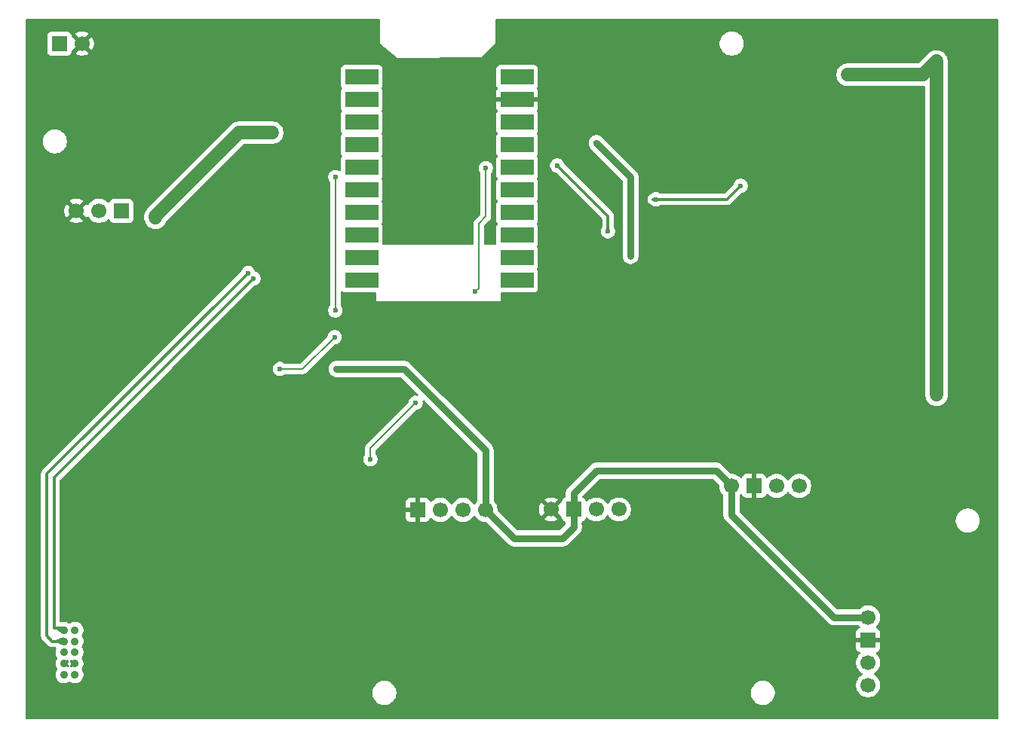
<source format=gbl>
%TF.GenerationSoftware,KiCad,Pcbnew,9.0.5*%
%TF.CreationDate,2025-11-19T18:58:22+01:00*%
%TF.ProjectId,aeris,61657269-732e-46b6-9963-61645f706362,rev?*%
%TF.SameCoordinates,Original*%
%TF.FileFunction,Copper,L2,Bot*%
%TF.FilePolarity,Positive*%
%FSLAX46Y46*%
G04 Gerber Fmt 4.6, Leading zero omitted, Abs format (unit mm)*
G04 Created by KiCad (PCBNEW 9.0.5) date 2025-11-19 18:58:22*
%MOMM*%
%LPD*%
G01*
G04 APERTURE LIST*
%TA.AperFunction,ComponentPad*%
%ADD10R,3.700000X1.700000*%
%TD*%
%TA.AperFunction,ComponentPad*%
%ADD11C,1.700000*%
%TD*%
%TA.AperFunction,ComponentPad*%
%ADD12R,1.700000X1.700000*%
%TD*%
%TA.AperFunction,ComponentPad*%
%ADD13C,0.900000*%
%TD*%
%TA.AperFunction,ViaPad*%
%ADD14C,0.600000*%
%TD*%
%TA.AperFunction,ViaPad*%
%ADD15C,0.800000*%
%TD*%
%TA.AperFunction,ViaPad*%
%ADD16C,0.700000*%
%TD*%
%TA.AperFunction,Conductor*%
%ADD17C,0.300000*%
%TD*%
%TA.AperFunction,Conductor*%
%ADD18C,0.800000*%
%TD*%
%TA.AperFunction,Conductor*%
%ADD19C,0.200000*%
%TD*%
%TA.AperFunction,Conductor*%
%ADD20C,1.500000*%
%TD*%
G04 APERTURE END LIST*
D10*
%TO.P,U1,1,IO8*%
%TO.N,unconnected-(U1-IO8-Pad1)*%
X91400000Y-58620000D03*
%TO.P,U1,2,IO9*%
%TO.N,GPIO9*%
X91400000Y-56080000D03*
%TO.P,U1,3,IO14*%
%TO.N,unconnected-(U1-IO14-Pad3)*%
X91400000Y-53540000D03*
%TO.P,U1,4,IO15*%
%TO.N,GPIO15*%
X91400000Y-51000000D03*
%TO.P,U1,5,IO18*%
%TO.N,GPIO18*%
X91400000Y-48460000D03*
%TO.P,U1,6,IO19*%
%TO.N,GPIO19*%
X91400000Y-45920000D03*
%TO.P,U1,7,IO20*%
%TO.N,GPIO20*%
X91400000Y-43380000D03*
%TO.P,U1,8,3V3*%
%TO.N,+3V3*%
X91400000Y-40840000D03*
%TO.P,U1,9,GND*%
%TO.N,GND*%
X91400000Y-38300000D03*
%TO.P,U1,10,5V*%
%TO.N,+5V*%
X91400000Y-35760000D03*
%TO.P,U1,11,IO7*%
%TO.N,SCL*%
X73950000Y-58620000D03*
%TO.P,U1,12,IO6*%
%TO.N,SDA*%
X73950000Y-56080000D03*
%TO.P,U1,13,IO5*%
%TO.N,RX*%
X73950000Y-53540000D03*
%TO.P,U1,14,IO4*%
%TO.N,TX*%
X73950000Y-51000000D03*
%TO.P,U1,15,IO3*%
%TO.N,GPIO3*%
X73950000Y-48460000D03*
%TO.P,U1,16,IO2*%
%TO.N,GPIO2*%
X73950000Y-45920000D03*
%TO.P,U1,17,IO1*%
%TO.N,GPIO1*%
X73950000Y-43380000D03*
%TO.P,U1,18,IO0*%
%TO.N,GPIO0*%
X73950000Y-40840000D03*
%TO.P,U1,19,RX*%
%TO.N,unconnected-(U1-RX-Pad19)*%
X73950000Y-38300000D03*
%TO.P,U1,20,TX*%
%TO.N,unconnected-(U1-TX-Pad20)*%
X73950000Y-35760000D03*
%TD*%
D11*
%TO.P,J4,1,Pin_1*%
%TO.N,GND*%
X95220000Y-84380000D03*
D12*
%TO.P,J4,2,Pin_2*%
%TO.N,+3V3*%
X97760000Y-84380000D03*
D11*
%TO.P,J4,3,Pin_3*%
%TO.N,SCL*%
X100300000Y-84380000D03*
%TO.P,J4,4,Pin_4*%
%TO.N,SDA*%
X102840000Y-84380000D03*
%TD*%
D12*
%TO.P,J7,1,Pin_1*%
%TO.N,GPIO0HV*%
X46990000Y-50800000D03*
D11*
%TO.P,J7,2,Pin_2*%
%TO.N,GPIO3HV*%
X44450000Y-50800000D03*
%TO.P,J7,3,Pin_3*%
%TO.N,GND*%
X41910000Y-50800000D03*
%TD*%
D12*
%TO.P,J6,1,Pin_1*%
%TO.N,Net-(J6-Pin_1)*%
X40000000Y-32000000D03*
D11*
%TO.P,J6,2,Pin_2*%
%TO.N,GND*%
X42540000Y-32000000D03*
%TD*%
%TO.P,J2,1,Pin_1*%
%TO.N,+3V3*%
X130810000Y-96520000D03*
D12*
%TO.P,J2,2,Pin_2*%
%TO.N,GND*%
X130810000Y-99060000D03*
D11*
%TO.P,J2,3,Pin_3*%
%TO.N,SCL*%
X130810000Y-101600000D03*
%TO.P,J2,4,Pin_4*%
%TO.N,SDA*%
X130810000Y-104140000D03*
%TD*%
%TO.P,J5,1,Pin_1*%
%TO.N,+3V3*%
X115460000Y-81730000D03*
D12*
%TO.P,J5,2,Pin_2*%
%TO.N,GND*%
X118000000Y-81730000D03*
D11*
%TO.P,J5,3,Pin_3*%
%TO.N,SCL*%
X120540000Y-81730000D03*
%TO.P,J5,4,Pin_4*%
%TO.N,SDA*%
X123080000Y-81730000D03*
%TD*%
%TO.P,J3,1,Pin_1*%
%TO.N,+3V3*%
X87860000Y-84420000D03*
%TO.P,J3,2,Pin_2*%
%TO.N,SDA*%
X85320000Y-84420000D03*
%TO.P,J3,3,Pin_3*%
%TO.N,SCL*%
X82780000Y-84420000D03*
D12*
%TO.P,J3,4,Pin_4*%
%TO.N,GND*%
X80240000Y-84420000D03*
%TD*%
D13*
%TO.P,J1,1,Pin_1*%
%TO.N,+5V*%
X40515000Y-102950000D03*
%TO.P,J1,2,Pin_2*%
X41765000Y-102950000D03*
%TO.P,J1,3,Pin_3*%
%TO.N,GND*%
X40515000Y-101700000D03*
%TO.P,J1,4,Pin_4*%
X41765000Y-101700000D03*
%TO.P,J1,5,Pin_5*%
%TO.N,GPIO2*%
X40515000Y-100450000D03*
%TO.P,J1,6,Pin_6*%
%TO.N,unconnected-(J1-Pin_6-Pad6)*%
X41765000Y-100450000D03*
%TO.P,J1,7,Pin_7*%
%TO.N,TX*%
X40515000Y-99200000D03*
%TO.P,J1,8,Pin_8*%
%TO.N,unconnected-(J1-Pin_8-Pad8)*%
X41765000Y-99200000D03*
%TO.P,J1,9,Pin_9*%
%TO.N,RX*%
X40515000Y-97950000D03*
%TO.P,J1,10,Pin_10*%
%TO.N,GPIO19*%
X41765000Y-97950000D03*
%TD*%
D14*
%TO.N,TX*%
X61200000Y-57800000D03*
%TO.N,RX*%
X61800000Y-58400000D03*
%TO.N,GPIO20*%
X95900000Y-45700000D03*
X101600000Y-53100000D03*
%TO.N,GND*%
X79400000Y-79700000D03*
X82000000Y-76900000D03*
X79600000Y-65000000D03*
X74000000Y-66900000D03*
X73900000Y-72000000D03*
X79000000Y-39000000D03*
X87000000Y-39000000D03*
X88300000Y-53500000D03*
X85100000Y-45500000D03*
X85200000Y-53500000D03*
D15*
%TO.N,+5V*%
X63912500Y-42000000D03*
X138500000Y-62000000D03*
X50800000Y-51600000D03*
X128500000Y-35500000D03*
X138500000Y-43000000D03*
X138500000Y-71500000D03*
X138500000Y-34000000D03*
X138500000Y-52500000D03*
D14*
%TO.N,GND*%
X45200000Y-35100000D03*
X69500000Y-52200000D03*
X64770000Y-60960000D03*
X54500000Y-35700000D03*
X100330000Y-46990000D03*
X39370000Y-101600000D03*
X67564000Y-38100000D03*
X43180000Y-101600000D03*
X44800000Y-41400000D03*
X79100000Y-53500000D03*
X53300000Y-56200000D03*
X51800000Y-42500000D03*
X95250000Y-52070000D03*
X44800000Y-43432000D03*
X79000000Y-45500000D03*
X51800000Y-35700000D03*
X96520000Y-49530000D03*
X64000000Y-47500000D03*
X51800000Y-40400000D03*
X124460000Y-48260000D03*
X95504000Y-38354000D03*
D16*
%TO.N,+3V3*%
X71120000Y-68580000D03*
X82550000Y-72390000D03*
X100330000Y-43180000D03*
X104140000Y-55880000D03*
D14*
%TO.N,GPIO19*%
X86700000Y-59900000D03*
X87900000Y-46000000D03*
X80010000Y-72390000D03*
X74930000Y-78740000D03*
%TO.N,GPIO2*%
X64770000Y-68580000D03*
X71000000Y-62000000D03*
X71000000Y-47000000D03*
X70912500Y-65000000D03*
%TO.N,GPIO15*%
X107000000Y-49500000D03*
X116500000Y-48000000D03*
%TD*%
D17*
%TO.N,TX*%
X39200000Y-99200000D02*
X40515000Y-99200000D01*
X61200000Y-57800000D02*
X38600000Y-80400000D01*
X38600000Y-80400000D02*
X38600000Y-98600000D01*
X38600000Y-98600000D02*
X39200000Y-99200000D01*
%TO.N,RX*%
X40265000Y-97700000D02*
X40515000Y-97950000D01*
X39400000Y-97700000D02*
X40265000Y-97700000D01*
X39400000Y-80800000D02*
X39400000Y-97700000D01*
X61800000Y-58400000D02*
X39400000Y-80800000D01*
%TO.N,GPIO20*%
X101600000Y-51400000D02*
X95900000Y-45700000D01*
X101600000Y-53100000D02*
X101600000Y-51400000D01*
D18*
%TO.N,+3V3*%
X126980000Y-96500000D02*
X130790000Y-96500000D01*
X130790000Y-96500000D02*
X130810000Y-96520000D01*
X115460000Y-84980000D02*
X126980000Y-96500000D01*
X115460000Y-81730000D02*
X115460000Y-84980000D01*
D19*
%TO.N,GPIO19*%
X87100000Y-52239892D02*
X87900000Y-51439892D01*
X87100000Y-59500000D02*
X87100000Y-52239892D01*
X86700000Y-59900000D02*
X87100000Y-59500000D01*
X87900000Y-51439892D02*
X87900000Y-46000000D01*
D20*
%TO.N,+5V*%
X138500000Y-34000000D02*
X138500000Y-43000000D01*
X138500000Y-62000000D02*
X138500000Y-71500000D01*
X63912500Y-42000000D02*
X60200000Y-42000000D01*
X50800000Y-51400000D02*
X50800000Y-51600000D01*
X138500000Y-52500000D02*
X138500000Y-62000000D01*
X137000000Y-35500000D02*
X138500000Y-34000000D01*
X138500000Y-43000000D02*
X138500000Y-52500000D01*
X128500000Y-35500000D02*
X137000000Y-35500000D01*
X60200000Y-42000000D02*
X50800000Y-51400000D01*
D18*
%TO.N,+3V3*%
X97760000Y-82580000D02*
X100330000Y-80010000D01*
X91070000Y-87630000D02*
X96520000Y-87630000D01*
X96520000Y-87630000D02*
X97790000Y-86360000D01*
X78740000Y-68580000D02*
X82550000Y-72390000D01*
X87860000Y-84420000D02*
X87860000Y-77700000D01*
X87860000Y-77700000D02*
X82550000Y-72390000D01*
X71120000Y-68580000D02*
X78740000Y-68580000D01*
X97760000Y-84380000D02*
X97760000Y-82580000D01*
X104140000Y-55880000D02*
X104140000Y-46990000D01*
X87860000Y-84420000D02*
X91070000Y-87630000D01*
X113740000Y-80010000D02*
X115460000Y-81730000D01*
X97790000Y-86360000D02*
X97760000Y-86330000D01*
X97760000Y-86330000D02*
X97760000Y-84380000D01*
X104140000Y-46990000D02*
X100330000Y-43180000D01*
X100330000Y-80010000D02*
X113740000Y-80010000D01*
D19*
%TO.N,GPIO19*%
X74930000Y-77470000D02*
X80010000Y-72390000D01*
X74930000Y-78740000D02*
X74930000Y-77470000D01*
%TO.N,GPIO2*%
X71000000Y-62000000D02*
X71000000Y-47000000D01*
X64770000Y-68580000D02*
X67332500Y-68580000D01*
X67332500Y-68580000D02*
X70912500Y-65000000D01*
D17*
%TO.N,GPIO15*%
X107000000Y-49500000D02*
X115000000Y-49500000D01*
X106680000Y-49500000D02*
X107000000Y-49500000D01*
X115000000Y-49500000D02*
X116500000Y-48000000D01*
%TD*%
%TA.AperFunction,Conductor*%
%TO.N,GND*%
G36*
X41052152Y-101334778D02*
G01*
X41087805Y-101394866D01*
X41085312Y-101464691D01*
X41055338Y-101513214D01*
X40868553Y-101699999D01*
X40868553Y-101700000D01*
X41055338Y-101886785D01*
X41088823Y-101948108D01*
X41083839Y-102017799D01*
X41041968Y-102073733D01*
X40976503Y-102098150D01*
X40920204Y-102089027D01*
X40792251Y-102036027D01*
X40792243Y-102036025D01*
X40608620Y-101999500D01*
X40608616Y-101999500D01*
X40602632Y-101999500D01*
X40642164Y-101959968D01*
X40665000Y-101904837D01*
X40665000Y-101495163D01*
X40642164Y-101440032D01*
X40602632Y-101400500D01*
X40608617Y-101400500D01*
X40608618Y-101400499D01*
X40792251Y-101363973D01*
X40920206Y-101310971D01*
X40989673Y-101303503D01*
X41052152Y-101334778D01*
G37*
%TD.AperFunction*%
%TA.AperFunction,Conductor*%
G36*
X41316291Y-101303923D02*
G01*
X41325598Y-101302244D01*
X41359796Y-101310973D01*
X41487749Y-101363973D01*
X41643060Y-101394866D01*
X41671379Y-101400499D01*
X41671383Y-101400500D01*
X41733956Y-101400500D01*
X41680032Y-101422836D01*
X41637836Y-101465032D01*
X41615000Y-101520163D01*
X41615000Y-101879837D01*
X41637836Y-101934968D01*
X41680032Y-101977164D01*
X41733956Y-101999500D01*
X41671379Y-101999500D01*
X41487756Y-102036025D01*
X41487744Y-102036028D01*
X41359794Y-102089027D01*
X41290325Y-102096496D01*
X41227846Y-102065221D01*
X41192194Y-102005132D01*
X41194688Y-101935306D01*
X41224661Y-101886785D01*
X41411446Y-101700000D01*
X41411446Y-101699999D01*
X41224662Y-101513215D01*
X41219261Y-101503325D01*
X41210487Y-101496254D01*
X41202816Y-101473208D01*
X41191177Y-101451892D01*
X41191980Y-101440652D01*
X41188422Y-101429960D01*
X41194428Y-101406426D01*
X41196161Y-101382200D01*
X41202914Y-101373178D01*
X41205701Y-101362261D01*
X41223477Y-101345709D01*
X41238033Y-101326267D01*
X41248589Y-101322329D01*
X41256838Y-101314650D01*
X41280742Y-101310337D01*
X41303497Y-101301850D01*
X41316291Y-101303923D01*
G37*
%TD.AperFunction*%
%TA.AperFunction,Conductor*%
G36*
X75943039Y-29229685D02*
G01*
X75988794Y-29282489D01*
X76000000Y-29334000D01*
X76000000Y-32000000D01*
X77985999Y-33585999D01*
X87354884Y-33545116D01*
X89000000Y-32000000D01*
X89000000Y-31893713D01*
X114149500Y-31893713D01*
X114149500Y-32106286D01*
X114182735Y-32316127D01*
X114182754Y-32316243D01*
X114222562Y-32438760D01*
X114248444Y-32518414D01*
X114344951Y-32707820D01*
X114469890Y-32879786D01*
X114620213Y-33030109D01*
X114792179Y-33155048D01*
X114792181Y-33155049D01*
X114792184Y-33155051D01*
X114981588Y-33251557D01*
X115183757Y-33317246D01*
X115393713Y-33350500D01*
X115393714Y-33350500D01*
X115606286Y-33350500D01*
X115606287Y-33350500D01*
X115816243Y-33317246D01*
X116018412Y-33251557D01*
X116207816Y-33155051D01*
X116294138Y-33092335D01*
X116379786Y-33030109D01*
X116379788Y-33030106D01*
X116379792Y-33030104D01*
X116530104Y-32879792D01*
X116530106Y-32879788D01*
X116530109Y-32879786D01*
X116655048Y-32707820D01*
X116655047Y-32707820D01*
X116655051Y-32707816D01*
X116751557Y-32518412D01*
X116817246Y-32316243D01*
X116850500Y-32106287D01*
X116850500Y-31893713D01*
X116817246Y-31683757D01*
X116751557Y-31481588D01*
X116655051Y-31292184D01*
X116655049Y-31292181D01*
X116655048Y-31292179D01*
X116530109Y-31120213D01*
X116379786Y-30969890D01*
X116207820Y-30844951D01*
X116018414Y-30748444D01*
X116018413Y-30748443D01*
X116018412Y-30748443D01*
X115816243Y-30682754D01*
X115816241Y-30682753D01*
X115816240Y-30682753D01*
X115654957Y-30657208D01*
X115606287Y-30649500D01*
X115393713Y-30649500D01*
X115345042Y-30657208D01*
X115183760Y-30682753D01*
X114981585Y-30748444D01*
X114792179Y-30844951D01*
X114620213Y-30969890D01*
X114469890Y-31120213D01*
X114344951Y-31292179D01*
X114248444Y-31481585D01*
X114182753Y-31683760D01*
X114149500Y-31893713D01*
X89000000Y-31893713D01*
X89000000Y-29334000D01*
X89019685Y-29266961D01*
X89072489Y-29221206D01*
X89124000Y-29210000D01*
X145326000Y-29210000D01*
X145393039Y-29229685D01*
X145438794Y-29282489D01*
X145450000Y-29334000D01*
X145450000Y-107826000D01*
X145430315Y-107893039D01*
X145377511Y-107938794D01*
X145326000Y-107950000D01*
X73060000Y-107950000D01*
X36354000Y-107950000D01*
X36286961Y-107930315D01*
X36241206Y-107877511D01*
X36230000Y-107826000D01*
X36230000Y-104893713D01*
X75149500Y-104893713D01*
X75149500Y-105106287D01*
X75182754Y-105316243D01*
X75207224Y-105391555D01*
X75248444Y-105518414D01*
X75344951Y-105707820D01*
X75469890Y-105879786D01*
X75620213Y-106030109D01*
X75792179Y-106155048D01*
X75792181Y-106155049D01*
X75792184Y-106155051D01*
X75981588Y-106251557D01*
X76183757Y-106317246D01*
X76393713Y-106350500D01*
X76393714Y-106350500D01*
X76606286Y-106350500D01*
X76606287Y-106350500D01*
X76816243Y-106317246D01*
X77018412Y-106251557D01*
X77207816Y-106155051D01*
X77229789Y-106139086D01*
X77379786Y-106030109D01*
X77379788Y-106030106D01*
X77379792Y-106030104D01*
X77530104Y-105879792D01*
X77530106Y-105879788D01*
X77530109Y-105879786D01*
X77655048Y-105707820D01*
X77655047Y-105707820D01*
X77655051Y-105707816D01*
X77751557Y-105518412D01*
X77817246Y-105316243D01*
X77850500Y-105106287D01*
X77850500Y-104893713D01*
X117649500Y-104893713D01*
X117649500Y-105106287D01*
X117682754Y-105316243D01*
X117707224Y-105391555D01*
X117748444Y-105518414D01*
X117844951Y-105707820D01*
X117969890Y-105879786D01*
X118120213Y-106030109D01*
X118292179Y-106155048D01*
X118292181Y-106155049D01*
X118292184Y-106155051D01*
X118481588Y-106251557D01*
X118683757Y-106317246D01*
X118893713Y-106350500D01*
X118893714Y-106350500D01*
X119106286Y-106350500D01*
X119106287Y-106350500D01*
X119316243Y-106317246D01*
X119518412Y-106251557D01*
X119707816Y-106155051D01*
X119729789Y-106139086D01*
X119879786Y-106030109D01*
X119879788Y-106030106D01*
X119879792Y-106030104D01*
X120030104Y-105879792D01*
X120030106Y-105879788D01*
X120030109Y-105879786D01*
X120155048Y-105707820D01*
X120155047Y-105707820D01*
X120155051Y-105707816D01*
X120251557Y-105518412D01*
X120317246Y-105316243D01*
X120350500Y-105106287D01*
X120350500Y-104893713D01*
X120317246Y-104683757D01*
X120251557Y-104481588D01*
X120155051Y-104292184D01*
X120155049Y-104292181D01*
X120155048Y-104292179D01*
X120030109Y-104120213D01*
X119879786Y-103969890D01*
X119707820Y-103844951D01*
X119518414Y-103748444D01*
X119518413Y-103748443D01*
X119518412Y-103748443D01*
X119316243Y-103682754D01*
X119316241Y-103682753D01*
X119316240Y-103682753D01*
X119154957Y-103657208D01*
X119106287Y-103649500D01*
X118893713Y-103649500D01*
X118845042Y-103657208D01*
X118683760Y-103682753D01*
X118481585Y-103748444D01*
X118292179Y-103844951D01*
X118120213Y-103969890D01*
X117969890Y-104120213D01*
X117844951Y-104292179D01*
X117748444Y-104481585D01*
X117682753Y-104683760D01*
X117656769Y-104847816D01*
X117649500Y-104893713D01*
X77850500Y-104893713D01*
X77817246Y-104683757D01*
X77751557Y-104481588D01*
X77655051Y-104292184D01*
X77655049Y-104292181D01*
X77655048Y-104292179D01*
X77530109Y-104120213D01*
X77379786Y-103969890D01*
X77207820Y-103844951D01*
X77018414Y-103748444D01*
X77018413Y-103748443D01*
X77018412Y-103748443D01*
X76816243Y-103682754D01*
X76816241Y-103682753D01*
X76816240Y-103682753D01*
X76654957Y-103657208D01*
X76606287Y-103649500D01*
X76393713Y-103649500D01*
X76345042Y-103657208D01*
X76183760Y-103682753D01*
X75981585Y-103748444D01*
X75792179Y-103844951D01*
X75620213Y-103969890D01*
X75469890Y-104120213D01*
X75344951Y-104292179D01*
X75248444Y-104481585D01*
X75182753Y-104683760D01*
X75156769Y-104847816D01*
X75149500Y-104893713D01*
X36230000Y-104893713D01*
X36230000Y-80335928D01*
X37949500Y-80335928D01*
X37949500Y-80335931D01*
X37949500Y-98664069D01*
X37966547Y-98749769D01*
X37966693Y-98750500D01*
X37966693Y-98750502D01*
X37974497Y-98789737D01*
X37974499Y-98789744D01*
X38023535Y-98908127D01*
X38033305Y-98922749D01*
X38094726Y-99014673D01*
X38094727Y-99014674D01*
X38694724Y-99614669D01*
X38785331Y-99705276D01*
X38785332Y-99705277D01*
X38891866Y-99776461D01*
X38891872Y-99776464D01*
X38891873Y-99776465D01*
X39010256Y-99825501D01*
X39010260Y-99825501D01*
X39010261Y-99825502D01*
X39135928Y-99850500D01*
X39135931Y-99850500D01*
X39499259Y-99850500D01*
X39504203Y-99851368D01*
X39506971Y-99850740D01*
X39541526Y-99857926D01*
X39584709Y-99873583D01*
X39641024Y-99914940D01*
X39666040Y-99980177D01*
X39657003Y-100037609D01*
X39601028Y-100172744D01*
X39601025Y-100172756D01*
X39564500Y-100356379D01*
X39564500Y-100543620D01*
X39601025Y-100727243D01*
X39601027Y-100727251D01*
X39672676Y-100900228D01*
X39672684Y-100900242D01*
X39743723Y-101006560D01*
X39764601Y-101073237D01*
X39746116Y-101140617D01*
X39743723Y-101144340D01*
X39673127Y-101249994D01*
X39673119Y-101250008D01*
X39601508Y-101422894D01*
X39601506Y-101422902D01*
X39565000Y-101606428D01*
X39565000Y-101793571D01*
X39601506Y-101977097D01*
X39601508Y-101977105D01*
X39673119Y-102149991D01*
X39673127Y-102150005D01*
X39743723Y-102255660D01*
X39764601Y-102322337D01*
X39746116Y-102389717D01*
X39743723Y-102393440D01*
X39672684Y-102499757D01*
X39672676Y-102499771D01*
X39601027Y-102672748D01*
X39601025Y-102672756D01*
X39564500Y-102856379D01*
X39564500Y-103043620D01*
X39601025Y-103227243D01*
X39601027Y-103227251D01*
X39672676Y-103400228D01*
X39672681Y-103400237D01*
X39776697Y-103555907D01*
X39776700Y-103555911D01*
X39909088Y-103688299D01*
X39909092Y-103688302D01*
X40064762Y-103792318D01*
X40064768Y-103792321D01*
X40064769Y-103792322D01*
X40237749Y-103863973D01*
X40421379Y-103900499D01*
X40421383Y-103900500D01*
X40421384Y-103900500D01*
X40608617Y-103900500D01*
X40608618Y-103900499D01*
X40792251Y-103863973D01*
X40965231Y-103792322D01*
X41030901Y-103748443D01*
X41071109Y-103721577D01*
X41137787Y-103700699D01*
X41205167Y-103719183D01*
X41208891Y-103721577D01*
X41314762Y-103792318D01*
X41314768Y-103792321D01*
X41314769Y-103792322D01*
X41487749Y-103863973D01*
X41671379Y-103900499D01*
X41671383Y-103900500D01*
X41671384Y-103900500D01*
X41858617Y-103900500D01*
X41858618Y-103900499D01*
X42042251Y-103863973D01*
X42215231Y-103792322D01*
X42370908Y-103688302D01*
X42503302Y-103555908D01*
X42607322Y-103400231D01*
X42678973Y-103227251D01*
X42715500Y-103043616D01*
X42715500Y-102856384D01*
X42678973Y-102672749D01*
X42607322Y-102499769D01*
X42536274Y-102393439D01*
X42515397Y-102326763D01*
X42533881Y-102259383D01*
X42536276Y-102255657D01*
X42606874Y-102150001D01*
X42606880Y-102149991D01*
X42678491Y-101977105D01*
X42678493Y-101977097D01*
X42714999Y-101793571D01*
X42715000Y-101793569D01*
X42715000Y-101606430D01*
X42714999Y-101606428D01*
X42696422Y-101513032D01*
X42678493Y-101422902D01*
X42678491Y-101422894D01*
X42606880Y-101250008D01*
X42606875Y-101250000D01*
X42536275Y-101144340D01*
X42515397Y-101077663D01*
X42533881Y-101010283D01*
X42536243Y-101006606D01*
X42607322Y-100900231D01*
X42678973Y-100727251D01*
X42715500Y-100543616D01*
X42715500Y-100356384D01*
X42678973Y-100172749D01*
X42614616Y-100017379D01*
X42607323Y-99999771D01*
X42607318Y-99999762D01*
X42536577Y-99893891D01*
X42515699Y-99827213D01*
X42534183Y-99759833D01*
X42536577Y-99756109D01*
X42607318Y-99650237D01*
X42607318Y-99650236D01*
X42607322Y-99650231D01*
X42678973Y-99477251D01*
X42715500Y-99293616D01*
X42715500Y-99106384D01*
X42678973Y-98922749D01*
X42623554Y-98788956D01*
X42607323Y-98749771D01*
X42607318Y-98749762D01*
X42536577Y-98643891D01*
X42515699Y-98577213D01*
X42534183Y-98509833D01*
X42536577Y-98506109D01*
X42607318Y-98400237D01*
X42607318Y-98400236D01*
X42607322Y-98400231D01*
X42678973Y-98227251D01*
X42715500Y-98043616D01*
X42715500Y-97856384D01*
X42678973Y-97672749D01*
X42607322Y-97499769D01*
X42607321Y-97499768D01*
X42607318Y-97499762D01*
X42503302Y-97344092D01*
X42503299Y-97344088D01*
X42370911Y-97211700D01*
X42370907Y-97211697D01*
X42215237Y-97107681D01*
X42215228Y-97107676D01*
X42042251Y-97036027D01*
X42042243Y-97036025D01*
X41858620Y-96999500D01*
X41858616Y-96999500D01*
X41671384Y-96999500D01*
X41671379Y-96999500D01*
X41487756Y-97036025D01*
X41487748Y-97036027D01*
X41314771Y-97107676D01*
X41314764Y-97107680D01*
X41208890Y-97178423D01*
X41142213Y-97199300D01*
X41074833Y-97180815D01*
X41071110Y-97178423D01*
X40965235Y-97107680D01*
X40965228Y-97107676D01*
X40792251Y-97036027D01*
X40792243Y-97036025D01*
X40608620Y-96999500D01*
X40608616Y-96999500D01*
X40421384Y-96999500D01*
X40421382Y-96999500D01*
X40407667Y-97002228D01*
X40390432Y-97004415D01*
X40181452Y-97016150D01*
X40113414Y-97000255D01*
X40064771Y-96950099D01*
X40050500Y-96892345D01*
X40050500Y-81120807D01*
X40070185Y-81053768D01*
X40086814Y-81033131D01*
X52618791Y-68501153D01*
X63969500Y-68501153D01*
X63969500Y-68658846D01*
X64000261Y-68813489D01*
X64000264Y-68813501D01*
X64060602Y-68959172D01*
X64060609Y-68959185D01*
X64148210Y-69090288D01*
X64148213Y-69090292D01*
X64259707Y-69201786D01*
X64259711Y-69201789D01*
X64390814Y-69289390D01*
X64390827Y-69289397D01*
X64536498Y-69349735D01*
X64536503Y-69349737D01*
X64678635Y-69378009D01*
X64691153Y-69380499D01*
X64691156Y-69380500D01*
X64691158Y-69380500D01*
X64848844Y-69380500D01*
X64848845Y-69380499D01*
X65003497Y-69349737D01*
X65149179Y-69289394D01*
X65164045Y-69279461D01*
X65280875Y-69201398D01*
X65347553Y-69180520D01*
X65349766Y-69180500D01*
X67245831Y-69180500D01*
X67245847Y-69180501D01*
X67253443Y-69180501D01*
X67411554Y-69180501D01*
X67411557Y-69180501D01*
X67564285Y-69139577D01*
X67614404Y-69110639D01*
X67701216Y-69060520D01*
X67813020Y-68948716D01*
X67813020Y-68948714D01*
X67823228Y-68938507D01*
X67823229Y-68938504D01*
X68270429Y-68491304D01*
X70219500Y-68491304D01*
X70219500Y-68668695D01*
X70254103Y-68842658D01*
X70254106Y-68842667D01*
X70321983Y-69006540D01*
X70321990Y-69006553D01*
X70420535Y-69154034D01*
X70420538Y-69154038D01*
X70545961Y-69279461D01*
X70545965Y-69279464D01*
X70693446Y-69378009D01*
X70693459Y-69378016D01*
X70816363Y-69428923D01*
X70857334Y-69445894D01*
X70857336Y-69445894D01*
X70857341Y-69445896D01*
X71031304Y-69480499D01*
X71031307Y-69480500D01*
X71031309Y-69480500D01*
X78315638Y-69480500D01*
X78382677Y-69500185D01*
X78403319Y-69516819D01*
X80283087Y-71396586D01*
X80316572Y-71457909D01*
X80311588Y-71527601D01*
X80269716Y-71583534D01*
X80204252Y-71607951D01*
X80171215Y-71605884D01*
X80088846Y-71589500D01*
X80088842Y-71589500D01*
X79931158Y-71589500D01*
X79931155Y-71589500D01*
X79776510Y-71620261D01*
X79776498Y-71620264D01*
X79630827Y-71680602D01*
X79630814Y-71680609D01*
X79499711Y-71768210D01*
X79499707Y-71768213D01*
X79388213Y-71879707D01*
X79388210Y-71879711D01*
X79300609Y-72010814D01*
X79300602Y-72010827D01*
X79240264Y-72156498D01*
X79240261Y-72156508D01*
X79209361Y-72311850D01*
X79176976Y-72373761D01*
X79175425Y-72375339D01*
X74563621Y-76987142D01*
X74563612Y-76987151D01*
X74561286Y-76989478D01*
X74561284Y-76989480D01*
X74449480Y-77101284D01*
X74435231Y-77125965D01*
X74370423Y-77238215D01*
X74329499Y-77390943D01*
X74329499Y-77390945D01*
X74329499Y-77559046D01*
X74329500Y-77559059D01*
X74329500Y-78160234D01*
X74309815Y-78227273D01*
X74308602Y-78229125D01*
X74220609Y-78360814D01*
X74220602Y-78360827D01*
X74160264Y-78506498D01*
X74160261Y-78506510D01*
X74129500Y-78661153D01*
X74129500Y-78818846D01*
X74160261Y-78973489D01*
X74160264Y-78973501D01*
X74220602Y-79119172D01*
X74220609Y-79119185D01*
X74308210Y-79250288D01*
X74308213Y-79250292D01*
X74419707Y-79361786D01*
X74419711Y-79361789D01*
X74550814Y-79449390D01*
X74550827Y-79449397D01*
X74696498Y-79509735D01*
X74696503Y-79509737D01*
X74851153Y-79540499D01*
X74851156Y-79540500D01*
X74851158Y-79540500D01*
X75008844Y-79540500D01*
X75008845Y-79540499D01*
X75163497Y-79509737D01*
X75309179Y-79449394D01*
X75440289Y-79361789D01*
X75551789Y-79250289D01*
X75639394Y-79119179D01*
X75699737Y-78973497D01*
X75730500Y-78818842D01*
X75730500Y-78661158D01*
X75730500Y-78661155D01*
X75730499Y-78661153D01*
X75699738Y-78506510D01*
X75699737Y-78506503D01*
X75699735Y-78506498D01*
X75639397Y-78360827D01*
X75639390Y-78360814D01*
X75551398Y-78229125D01*
X75530520Y-78162447D01*
X75530500Y-78160234D01*
X75530500Y-77770097D01*
X75550185Y-77703058D01*
X75566819Y-77682416D01*
X76262093Y-76987142D01*
X80024662Y-73224572D01*
X80085983Y-73191089D01*
X80088150Y-73190638D01*
X80146085Y-73179113D01*
X80243497Y-73159737D01*
X80389179Y-73099394D01*
X80520289Y-73011789D01*
X80631789Y-72900289D01*
X80719394Y-72769179D01*
X80779737Y-72623497D01*
X80810500Y-72468842D01*
X80810500Y-72311158D01*
X80810500Y-72311155D01*
X80794115Y-72228785D01*
X80800342Y-72159193D01*
X80843205Y-72104016D01*
X80909094Y-72080771D01*
X80977091Y-72096839D01*
X81003413Y-72116912D01*
X81846195Y-72959694D01*
X81846216Y-72959717D01*
X86923181Y-78036681D01*
X86956666Y-78098004D01*
X86959500Y-78124362D01*
X86959500Y-83359242D01*
X86939815Y-83426281D01*
X86923181Y-83446923D01*
X86829894Y-83540209D01*
X86829890Y-83540213D01*
X86704949Y-83712182D01*
X86700484Y-83720946D01*
X86652509Y-83771742D01*
X86584688Y-83788536D01*
X86518553Y-83765998D01*
X86479516Y-83720946D01*
X86475050Y-83712182D01*
X86350109Y-83540213D01*
X86199786Y-83389890D01*
X86027820Y-83264951D01*
X85838414Y-83168444D01*
X85838413Y-83168443D01*
X85838412Y-83168443D01*
X85636243Y-83102754D01*
X85636241Y-83102753D01*
X85636240Y-83102753D01*
X85474957Y-83077208D01*
X85426287Y-83069500D01*
X85213713Y-83069500D01*
X85165042Y-83077208D01*
X85003760Y-83102753D01*
X84801585Y-83168444D01*
X84612179Y-83264951D01*
X84440213Y-83389890D01*
X84289890Y-83540213D01*
X84164949Y-83712182D01*
X84160484Y-83720946D01*
X84112509Y-83771742D01*
X84044688Y-83788536D01*
X83978553Y-83765998D01*
X83939516Y-83720946D01*
X83935050Y-83712182D01*
X83810109Y-83540213D01*
X83659786Y-83389890D01*
X83487820Y-83264951D01*
X83298414Y-83168444D01*
X83298413Y-83168443D01*
X83298412Y-83168443D01*
X83096243Y-83102754D01*
X83096241Y-83102753D01*
X83096240Y-83102753D01*
X82934957Y-83077208D01*
X82886287Y-83069500D01*
X82673713Y-83069500D01*
X82625042Y-83077208D01*
X82463760Y-83102753D01*
X82261585Y-83168444D01*
X82072179Y-83264951D01*
X81900215Y-83389889D01*
X81786285Y-83503819D01*
X81724962Y-83537303D01*
X81655270Y-83532319D01*
X81599337Y-83490447D01*
X81582422Y-83459470D01*
X81533354Y-83327913D01*
X81533350Y-83327906D01*
X81447190Y-83212812D01*
X81447187Y-83212809D01*
X81332093Y-83126649D01*
X81332086Y-83126645D01*
X81197379Y-83076403D01*
X81197372Y-83076401D01*
X81137844Y-83070000D01*
X80490000Y-83070000D01*
X80490000Y-83986988D01*
X80432993Y-83954075D01*
X80305826Y-83920000D01*
X80174174Y-83920000D01*
X80047007Y-83954075D01*
X79990000Y-83986988D01*
X79990000Y-83070000D01*
X79342155Y-83070000D01*
X79282627Y-83076401D01*
X79282620Y-83076403D01*
X79147913Y-83126645D01*
X79147906Y-83126649D01*
X79032812Y-83212809D01*
X79032809Y-83212812D01*
X78946649Y-83327906D01*
X78946645Y-83327913D01*
X78896403Y-83462620D01*
X78896401Y-83462627D01*
X78890000Y-83522155D01*
X78890000Y-84170000D01*
X79806988Y-84170000D01*
X79774075Y-84227007D01*
X79740000Y-84354174D01*
X79740000Y-84485826D01*
X79774075Y-84612993D01*
X79806988Y-84670000D01*
X78890000Y-84670000D01*
X78890000Y-85317844D01*
X78896401Y-85377372D01*
X78896403Y-85377379D01*
X78946645Y-85512086D01*
X78946649Y-85512093D01*
X79032809Y-85627187D01*
X79032812Y-85627190D01*
X79147906Y-85713350D01*
X79147913Y-85713354D01*
X79282620Y-85763596D01*
X79282627Y-85763598D01*
X79342155Y-85769999D01*
X79342172Y-85770000D01*
X79990000Y-85770000D01*
X79990000Y-84853012D01*
X80047007Y-84885925D01*
X80174174Y-84920000D01*
X80305826Y-84920000D01*
X80432993Y-84885925D01*
X80490000Y-84853012D01*
X80490000Y-85770000D01*
X81137828Y-85770000D01*
X81137844Y-85769999D01*
X81197372Y-85763598D01*
X81197379Y-85763596D01*
X81332086Y-85713354D01*
X81332093Y-85713350D01*
X81447187Y-85627190D01*
X81447190Y-85627187D01*
X81533350Y-85512093D01*
X81533354Y-85512086D01*
X81582422Y-85380529D01*
X81624293Y-85324595D01*
X81689757Y-85300178D01*
X81758030Y-85315030D01*
X81786285Y-85336181D01*
X81900213Y-85450109D01*
X82072179Y-85575048D01*
X82072181Y-85575049D01*
X82072184Y-85575051D01*
X82261588Y-85671557D01*
X82463757Y-85737246D01*
X82673713Y-85770500D01*
X82673714Y-85770500D01*
X82886286Y-85770500D01*
X82886287Y-85770500D01*
X83096243Y-85737246D01*
X83298412Y-85671557D01*
X83487816Y-85575051D01*
X83516741Y-85554036D01*
X83659786Y-85450109D01*
X83659788Y-85450106D01*
X83659792Y-85450104D01*
X83810104Y-85299792D01*
X83810106Y-85299788D01*
X83810109Y-85299786D01*
X83935048Y-85127820D01*
X83935047Y-85127820D01*
X83935051Y-85127816D01*
X83939514Y-85119054D01*
X83987488Y-85068259D01*
X84055308Y-85051463D01*
X84121444Y-85073999D01*
X84160486Y-85119056D01*
X84164951Y-85127820D01*
X84289890Y-85299786D01*
X84440213Y-85450109D01*
X84612179Y-85575048D01*
X84612181Y-85575049D01*
X84612184Y-85575051D01*
X84801588Y-85671557D01*
X85003757Y-85737246D01*
X85213713Y-85770500D01*
X85213714Y-85770500D01*
X85426286Y-85770500D01*
X85426287Y-85770500D01*
X85636243Y-85737246D01*
X85838412Y-85671557D01*
X86027816Y-85575051D01*
X86056741Y-85554036D01*
X86199786Y-85450109D01*
X86199788Y-85450106D01*
X86199792Y-85450104D01*
X86350104Y-85299792D01*
X86350106Y-85299788D01*
X86350109Y-85299786D01*
X86475048Y-85127820D01*
X86475047Y-85127820D01*
X86475051Y-85127816D01*
X86479514Y-85119054D01*
X86527488Y-85068259D01*
X86595308Y-85051463D01*
X86661444Y-85073999D01*
X86700486Y-85119056D01*
X86704951Y-85127820D01*
X86829890Y-85299786D01*
X86980213Y-85450109D01*
X87152179Y-85575048D01*
X87152181Y-85575049D01*
X87152184Y-85575051D01*
X87341588Y-85671557D01*
X87543757Y-85737246D01*
X87753713Y-85770500D01*
X87885638Y-85770500D01*
X87952677Y-85790185D01*
X87973319Y-85806819D01*
X90370536Y-88204035D01*
X90495965Y-88329464D01*
X90643453Y-88428013D01*
X90691452Y-88447895D01*
X90807334Y-88495895D01*
X90981304Y-88530499D01*
X90981308Y-88530500D01*
X90981309Y-88530500D01*
X96608693Y-88530500D01*
X96608694Y-88530499D01*
X96782666Y-88495895D01*
X96864606Y-88461953D01*
X96946547Y-88428013D01*
X97034959Y-88368936D01*
X97094036Y-88329464D01*
X98489464Y-86934036D01*
X98588012Y-86786547D01*
X98655895Y-86622666D01*
X98690500Y-86448692D01*
X98690500Y-86271308D01*
X98662883Y-86132465D01*
X98660500Y-86108274D01*
X98660500Y-85831439D01*
X98680185Y-85764400D01*
X98732989Y-85718645D01*
X98741168Y-85715257D01*
X98852326Y-85673798D01*
X98852326Y-85673797D01*
X98852331Y-85673796D01*
X98967546Y-85587546D01*
X99053796Y-85472331D01*
X99102810Y-85340916D01*
X99144681Y-85284984D01*
X99210145Y-85260566D01*
X99278418Y-85275417D01*
X99306673Y-85296569D01*
X99420213Y-85410109D01*
X99592179Y-85535048D01*
X99592181Y-85535049D01*
X99592184Y-85535051D01*
X99781588Y-85631557D01*
X99983757Y-85697246D01*
X100193713Y-85730500D01*
X100193714Y-85730500D01*
X100406286Y-85730500D01*
X100406287Y-85730500D01*
X100616243Y-85697246D01*
X100818412Y-85631557D01*
X101007816Y-85535051D01*
X101062572Y-85495269D01*
X101179786Y-85410109D01*
X101179788Y-85410106D01*
X101179792Y-85410104D01*
X101330104Y-85259792D01*
X101330106Y-85259788D01*
X101330109Y-85259786D01*
X101455048Y-85087820D01*
X101455047Y-85087820D01*
X101455051Y-85087816D01*
X101459514Y-85079054D01*
X101507488Y-85028259D01*
X101575308Y-85011463D01*
X101641444Y-85033999D01*
X101680486Y-85079056D01*
X101684951Y-85087820D01*
X101809890Y-85259786D01*
X101960213Y-85410109D01*
X102132179Y-85535048D01*
X102132181Y-85535049D01*
X102132184Y-85535051D01*
X102321588Y-85631557D01*
X102523757Y-85697246D01*
X102733713Y-85730500D01*
X102733714Y-85730500D01*
X102946286Y-85730500D01*
X102946287Y-85730500D01*
X103156243Y-85697246D01*
X103358412Y-85631557D01*
X103547816Y-85535051D01*
X103602572Y-85495269D01*
X103719786Y-85410109D01*
X103719788Y-85410106D01*
X103719792Y-85410104D01*
X103870104Y-85259792D01*
X103870106Y-85259788D01*
X103870109Y-85259786D01*
X103995048Y-85087820D01*
X103995047Y-85087820D01*
X103995051Y-85087816D01*
X104091557Y-84898412D01*
X104157246Y-84696243D01*
X104190500Y-84486287D01*
X104190500Y-84273713D01*
X104157246Y-84063757D01*
X104091557Y-83861588D01*
X103995051Y-83672184D01*
X103995049Y-83672181D01*
X103995048Y-83672179D01*
X103870109Y-83500213D01*
X103719786Y-83349890D01*
X103547820Y-83224951D01*
X103358414Y-83128444D01*
X103358413Y-83128443D01*
X103358412Y-83128443D01*
X103156243Y-83062754D01*
X103156241Y-83062753D01*
X103156240Y-83062753D01*
X102994957Y-83037208D01*
X102946287Y-83029500D01*
X102733713Y-83029500D01*
X102685042Y-83037208D01*
X102523760Y-83062753D01*
X102321585Y-83128444D01*
X102132179Y-83224951D01*
X101960213Y-83349890D01*
X101809890Y-83500213D01*
X101684949Y-83672182D01*
X101680484Y-83680946D01*
X101632509Y-83731742D01*
X101564688Y-83748536D01*
X101498553Y-83725998D01*
X101459516Y-83680946D01*
X101455050Y-83672182D01*
X101330109Y-83500213D01*
X101179786Y-83349890D01*
X101007820Y-83224951D01*
X100818414Y-83128444D01*
X100818413Y-83128443D01*
X100818412Y-83128443D01*
X100616243Y-83062754D01*
X100616241Y-83062753D01*
X100616240Y-83062753D01*
X100454957Y-83037208D01*
X100406287Y-83029500D01*
X100193713Y-83029500D01*
X100145042Y-83037208D01*
X99983760Y-83062753D01*
X99781585Y-83128444D01*
X99592179Y-83224951D01*
X99420215Y-83349889D01*
X99306673Y-83463431D01*
X99245350Y-83496915D01*
X99175658Y-83491931D01*
X99119725Y-83450059D01*
X99102810Y-83419082D01*
X99053797Y-83287671D01*
X99053793Y-83287664D01*
X98967547Y-83172455D01*
X98967544Y-83172452D01*
X98852335Y-83086206D01*
X98852328Y-83086202D01*
X98796376Y-83065334D01*
X98740443Y-83023463D01*
X98716025Y-82957999D01*
X98730876Y-82889726D01*
X98752025Y-82861474D01*
X100666681Y-80946819D01*
X100728004Y-80913334D01*
X100754362Y-80910500D01*
X113315638Y-80910500D01*
X113382677Y-80930185D01*
X113403319Y-80946819D01*
X114073181Y-81616680D01*
X114106666Y-81678003D01*
X114109500Y-81704361D01*
X114109500Y-81836286D01*
X114142753Y-82046239D01*
X114208444Y-82248414D01*
X114304951Y-82437820D01*
X114429890Y-82609786D01*
X114523181Y-82703077D01*
X114556666Y-82764400D01*
X114559500Y-82790758D01*
X114559500Y-85068696D01*
X114594103Y-85242659D01*
X114594106Y-85242669D01*
X114601199Y-85259792D01*
X114626346Y-85320500D01*
X114661987Y-85406547D01*
X114705943Y-85472331D01*
X114709565Y-85477753D01*
X114709569Y-85477759D01*
X114760537Y-85554038D01*
X114760540Y-85554041D01*
X126280536Y-97074035D01*
X126384924Y-97178423D01*
X126405966Y-97199465D01*
X126424274Y-97211698D01*
X126553453Y-97298013D01*
X126635393Y-97331953D01*
X126717334Y-97365895D01*
X126887708Y-97399784D01*
X126891303Y-97400499D01*
X126891307Y-97400500D01*
X126891308Y-97400500D01*
X126891309Y-97400500D01*
X129729242Y-97400500D01*
X129758682Y-97409144D01*
X129788669Y-97415668D01*
X129793684Y-97419422D01*
X129796281Y-97420185D01*
X129816923Y-97436819D01*
X129893818Y-97513714D01*
X129927303Y-97575037D01*
X129922319Y-97644729D01*
X129880447Y-97700662D01*
X129849471Y-97717577D01*
X129717912Y-97766646D01*
X129717906Y-97766649D01*
X129602812Y-97852809D01*
X129602809Y-97852812D01*
X129516649Y-97967906D01*
X129516645Y-97967913D01*
X129466403Y-98102620D01*
X129466401Y-98102627D01*
X129460000Y-98162155D01*
X129460000Y-98810000D01*
X130376988Y-98810000D01*
X130344075Y-98867007D01*
X130310000Y-98994174D01*
X130310000Y-99125826D01*
X130344075Y-99252993D01*
X130376988Y-99310000D01*
X129460000Y-99310000D01*
X129460000Y-99957844D01*
X129466401Y-100017372D01*
X129466403Y-100017379D01*
X129516645Y-100152086D01*
X129516649Y-100152093D01*
X129602809Y-100267187D01*
X129602812Y-100267190D01*
X129717906Y-100353350D01*
X129717913Y-100353354D01*
X129849470Y-100402422D01*
X129905404Y-100444293D01*
X129929821Y-100509758D01*
X129914969Y-100578031D01*
X129893819Y-100606285D01*
X129779889Y-100720215D01*
X129654951Y-100892179D01*
X129558444Y-101081585D01*
X129492753Y-101283760D01*
X129459500Y-101493713D01*
X129459500Y-101706286D01*
X129473439Y-101794297D01*
X129492754Y-101916243D01*
X129554955Y-102107678D01*
X129558444Y-102118414D01*
X129654951Y-102307820D01*
X129779890Y-102479786D01*
X129930213Y-102630109D01*
X130102182Y-102755050D01*
X130110946Y-102759516D01*
X130161742Y-102807491D01*
X130178536Y-102875312D01*
X130155998Y-102941447D01*
X130110946Y-102980484D01*
X130102182Y-102984949D01*
X129930213Y-103109890D01*
X129779890Y-103260213D01*
X129654951Y-103432179D01*
X129558444Y-103621585D01*
X129492753Y-103823760D01*
X129459500Y-104033713D01*
X129459500Y-104246286D01*
X129492753Y-104456239D01*
X129558444Y-104658414D01*
X129654951Y-104847820D01*
X129779890Y-105019786D01*
X129930213Y-105170109D01*
X130102179Y-105295048D01*
X130102181Y-105295049D01*
X130102184Y-105295051D01*
X130291588Y-105391557D01*
X130493757Y-105457246D01*
X130703713Y-105490500D01*
X130703714Y-105490500D01*
X130916286Y-105490500D01*
X130916287Y-105490500D01*
X131126243Y-105457246D01*
X131328412Y-105391557D01*
X131517816Y-105295051D01*
X131539789Y-105279086D01*
X131689786Y-105170109D01*
X131689788Y-105170106D01*
X131689792Y-105170104D01*
X131840104Y-105019792D01*
X131840106Y-105019788D01*
X131840109Y-105019786D01*
X131965048Y-104847820D01*
X131965047Y-104847820D01*
X131965051Y-104847816D01*
X132061557Y-104658412D01*
X132127246Y-104456243D01*
X132160500Y-104246287D01*
X132160500Y-104033713D01*
X132127246Y-103823757D01*
X132061557Y-103621588D01*
X131965051Y-103432184D01*
X131965049Y-103432181D01*
X131965048Y-103432179D01*
X131840109Y-103260213D01*
X131689786Y-103109890D01*
X131517820Y-102984951D01*
X131517115Y-102984591D01*
X131509054Y-102980485D01*
X131458259Y-102932512D01*
X131441463Y-102864692D01*
X131463999Y-102798556D01*
X131509054Y-102759515D01*
X131517816Y-102755051D01*
X131539789Y-102739086D01*
X131689786Y-102630109D01*
X131689788Y-102630106D01*
X131689792Y-102630104D01*
X131840104Y-102479792D01*
X131840106Y-102479788D01*
X131840109Y-102479786D01*
X131965048Y-102307820D01*
X131965047Y-102307820D01*
X131965051Y-102307816D01*
X132061557Y-102118412D01*
X132127246Y-101916243D01*
X132160500Y-101706287D01*
X132160500Y-101493713D01*
X132127246Y-101283757D01*
X132061557Y-101081588D01*
X131965051Y-100892184D01*
X131965049Y-100892181D01*
X131965048Y-100892179D01*
X131840109Y-100720213D01*
X131726181Y-100606285D01*
X131692696Y-100544962D01*
X131697680Y-100475270D01*
X131739552Y-100419337D01*
X131770529Y-100402422D01*
X131902086Y-100353354D01*
X131902093Y-100353350D01*
X132017187Y-100267190D01*
X132017190Y-100267187D01*
X132103350Y-100152093D01*
X132103354Y-100152086D01*
X132153596Y-100017379D01*
X132153598Y-100017372D01*
X132159999Y-99957844D01*
X132160000Y-99957827D01*
X132160000Y-99310000D01*
X131243012Y-99310000D01*
X131275925Y-99252993D01*
X131310000Y-99125826D01*
X131310000Y-98994174D01*
X131275925Y-98867007D01*
X131243012Y-98810000D01*
X132160000Y-98810000D01*
X132160000Y-98162172D01*
X132159999Y-98162155D01*
X132153598Y-98102627D01*
X132153596Y-98102620D01*
X132103354Y-97967913D01*
X132103350Y-97967906D01*
X132017190Y-97852812D01*
X132017187Y-97852809D01*
X131902093Y-97766649D01*
X131902088Y-97766646D01*
X131770528Y-97717577D01*
X131714595Y-97675705D01*
X131690178Y-97610241D01*
X131705030Y-97541968D01*
X131726175Y-97513720D01*
X131840104Y-97399792D01*
X131864732Y-97365895D01*
X131965048Y-97227820D01*
X131965047Y-97227820D01*
X131965051Y-97227816D01*
X132061557Y-97038412D01*
X132127246Y-96836243D01*
X132160500Y-96626287D01*
X132160500Y-96413713D01*
X132127246Y-96203757D01*
X132061557Y-96001588D01*
X131965051Y-95812184D01*
X131965049Y-95812181D01*
X131965048Y-95812179D01*
X131840109Y-95640213D01*
X131689786Y-95489890D01*
X131517820Y-95364951D01*
X131328414Y-95268444D01*
X131328413Y-95268443D01*
X131328412Y-95268443D01*
X131126243Y-95202754D01*
X131126241Y-95202753D01*
X131126240Y-95202753D01*
X130964957Y-95177208D01*
X130916287Y-95169500D01*
X130703713Y-95169500D01*
X130655042Y-95177208D01*
X130493760Y-95202753D01*
X130291585Y-95268444D01*
X130102179Y-95364951D01*
X129930213Y-95489890D01*
X129930209Y-95489894D01*
X129856923Y-95563181D01*
X129795600Y-95596666D01*
X129769242Y-95599500D01*
X127404361Y-95599500D01*
X127337322Y-95579815D01*
X127316680Y-95563181D01*
X117360022Y-85606522D01*
X117277213Y-85523713D01*
X140649500Y-85523713D01*
X140649500Y-85736287D01*
X140682754Y-85946243D01*
X140743261Y-86132465D01*
X140748444Y-86148414D01*
X140844951Y-86337820D01*
X140969890Y-86509786D01*
X141120213Y-86660109D01*
X141292179Y-86785048D01*
X141292181Y-86785049D01*
X141292184Y-86785051D01*
X141481588Y-86881557D01*
X141683757Y-86947246D01*
X141893713Y-86980500D01*
X141893714Y-86980500D01*
X142106286Y-86980500D01*
X142106287Y-86980500D01*
X142316243Y-86947246D01*
X142518412Y-86881557D01*
X142707816Y-86785051D01*
X142788177Y-86726666D01*
X142879786Y-86660109D01*
X142879788Y-86660106D01*
X142879792Y-86660104D01*
X143030104Y-86509792D01*
X143030106Y-86509788D01*
X143030109Y-86509786D01*
X143155048Y-86337820D01*
X143155047Y-86337820D01*
X143155051Y-86337816D01*
X143251557Y-86148412D01*
X143317246Y-85946243D01*
X143350500Y-85736287D01*
X143350500Y-85523713D01*
X143317246Y-85313757D01*
X143251557Y-85111588D01*
X143155051Y-84922184D01*
X143155049Y-84922181D01*
X143155048Y-84922179D01*
X143030109Y-84750213D01*
X142879786Y-84599890D01*
X142707820Y-84474951D01*
X142518414Y-84378444D01*
X142518413Y-84378443D01*
X142518412Y-84378443D01*
X142316243Y-84312754D01*
X142316241Y-84312753D01*
X142316240Y-84312753D01*
X142154957Y-84287208D01*
X142106287Y-84279500D01*
X141893713Y-84279500D01*
X141845042Y-84287208D01*
X141683760Y-84312753D01*
X141481585Y-84378444D01*
X141292179Y-84474951D01*
X141120213Y-84599890D01*
X140969890Y-84750213D01*
X140844951Y-84922179D01*
X140748444Y-85111585D01*
X140748443Y-85111587D01*
X140748443Y-85111588D01*
X140743170Y-85127816D01*
X140682753Y-85313760D01*
X140656778Y-85477759D01*
X140649500Y-85523713D01*
X117277213Y-85523713D01*
X116396819Y-84643319D01*
X116363334Y-84581996D01*
X116360500Y-84555638D01*
X116360500Y-82790758D01*
X116369143Y-82761321D01*
X116375667Y-82731332D01*
X116379422Y-82726315D01*
X116380185Y-82723719D01*
X116396818Y-82703078D01*
X116409368Y-82690528D01*
X116453715Y-82646180D01*
X116515036Y-82612696D01*
X116584728Y-82617680D01*
X116640661Y-82659551D01*
X116657577Y-82690528D01*
X116706646Y-82822088D01*
X116706649Y-82822093D01*
X116792809Y-82937187D01*
X116792812Y-82937190D01*
X116907906Y-83023350D01*
X116907913Y-83023354D01*
X117042620Y-83073596D01*
X117042627Y-83073598D01*
X117102155Y-83079999D01*
X117102172Y-83080000D01*
X117750000Y-83080000D01*
X117750000Y-82163012D01*
X117807007Y-82195925D01*
X117934174Y-82230000D01*
X118065826Y-82230000D01*
X118192993Y-82195925D01*
X118250000Y-82163012D01*
X118250000Y-83080000D01*
X118897828Y-83080000D01*
X118897844Y-83079999D01*
X118957372Y-83073598D01*
X118957379Y-83073596D01*
X119092086Y-83023354D01*
X119092093Y-83023350D01*
X119207187Y-82937190D01*
X119207190Y-82937187D01*
X119293350Y-82822093D01*
X119293354Y-82822086D01*
X119342422Y-82690529D01*
X119384293Y-82634595D01*
X119449757Y-82610178D01*
X119518030Y-82625030D01*
X119546285Y-82646181D01*
X119660213Y-82760109D01*
X119832179Y-82885048D01*
X119832181Y-82885049D01*
X119832184Y-82885051D01*
X120021588Y-82981557D01*
X120223757Y-83047246D01*
X120433713Y-83080500D01*
X120433714Y-83080500D01*
X120646286Y-83080500D01*
X120646287Y-83080500D01*
X120856243Y-83047246D01*
X121058412Y-82981557D01*
X121247816Y-82885051D01*
X121334478Y-82822088D01*
X121419786Y-82760109D01*
X121419788Y-82760106D01*
X121419792Y-82760104D01*
X121570104Y-82609792D01*
X121570106Y-82609788D01*
X121570109Y-82609786D01*
X121695048Y-82437820D01*
X121695047Y-82437820D01*
X121695051Y-82437816D01*
X121699514Y-82429054D01*
X121747488Y-82378259D01*
X121815308Y-82361463D01*
X121881444Y-82383999D01*
X121920484Y-82429054D01*
X121924591Y-82437115D01*
X121924951Y-82437820D01*
X122049890Y-82609786D01*
X122200213Y-82760109D01*
X122372179Y-82885048D01*
X122372181Y-82885049D01*
X122372184Y-82885051D01*
X122561588Y-82981557D01*
X122763757Y-83047246D01*
X122973713Y-83080500D01*
X122973714Y-83080500D01*
X123186286Y-83080500D01*
X123186287Y-83080500D01*
X123396243Y-83047246D01*
X123598412Y-82981557D01*
X123787816Y-82885051D01*
X123874478Y-82822088D01*
X123959786Y-82760109D01*
X123959788Y-82760106D01*
X123959792Y-82760104D01*
X124110104Y-82609792D01*
X124110106Y-82609788D01*
X124110109Y-82609786D01*
X124235048Y-82437820D01*
X124235047Y-82437820D01*
X124235051Y-82437816D01*
X124331557Y-82248412D01*
X124397246Y-82046243D01*
X124430500Y-81836287D01*
X124430500Y-81623713D01*
X124397246Y-81413757D01*
X124331557Y-81211588D01*
X124235051Y-81022184D01*
X124235049Y-81022181D01*
X124235048Y-81022179D01*
X124110109Y-80850213D01*
X123959786Y-80699890D01*
X123787820Y-80574951D01*
X123598414Y-80478444D01*
X123598413Y-80478443D01*
X123598412Y-80478443D01*
X123396243Y-80412754D01*
X123396241Y-80412753D01*
X123396240Y-80412753D01*
X123234957Y-80387208D01*
X123186287Y-80379500D01*
X122973713Y-80379500D01*
X122925042Y-80387208D01*
X122763760Y-80412753D01*
X122561585Y-80478444D01*
X122372179Y-80574951D01*
X122200213Y-80699890D01*
X122049890Y-80850213D01*
X121924949Y-81022182D01*
X121920484Y-81030946D01*
X121872509Y-81081742D01*
X121804688Y-81098536D01*
X121738553Y-81075998D01*
X121699516Y-81030946D01*
X121695050Y-81022182D01*
X121570109Y-80850213D01*
X121419786Y-80699890D01*
X121247820Y-80574951D01*
X121058414Y-80478444D01*
X121058413Y-80478443D01*
X121058412Y-80478443D01*
X120856243Y-80412754D01*
X120856241Y-80412753D01*
X120856240Y-80412753D01*
X120694957Y-80387208D01*
X120646287Y-80379500D01*
X120433713Y-80379500D01*
X120385042Y-80387208D01*
X120223760Y-80412753D01*
X120021585Y-80478444D01*
X119832179Y-80574951D01*
X119660215Y-80699889D01*
X119546285Y-80813819D01*
X119484962Y-80847303D01*
X119415270Y-80842319D01*
X119359337Y-80800447D01*
X119342422Y-80769470D01*
X119293354Y-80637913D01*
X119293350Y-80637906D01*
X119207190Y-80522812D01*
X119207187Y-80522809D01*
X119092093Y-80436649D01*
X119092086Y-80436645D01*
X118957379Y-80386403D01*
X118957372Y-80386401D01*
X118897844Y-80380000D01*
X118250000Y-80380000D01*
X118250000Y-81296988D01*
X118192993Y-81264075D01*
X118065826Y-81230000D01*
X117934174Y-81230000D01*
X117807007Y-81264075D01*
X117750000Y-81296988D01*
X117750000Y-80380000D01*
X117102155Y-80380000D01*
X117042627Y-80386401D01*
X117042620Y-80386403D01*
X116907913Y-80436645D01*
X116907906Y-80436649D01*
X116792812Y-80522809D01*
X116792809Y-80522812D01*
X116706649Y-80637906D01*
X116706646Y-80637912D01*
X116657577Y-80769471D01*
X116615705Y-80825404D01*
X116550241Y-80849821D01*
X116481968Y-80834969D01*
X116453714Y-80813818D01*
X116339786Y-80699890D01*
X116167820Y-80574951D01*
X115978414Y-80478444D01*
X115978413Y-80478443D01*
X115978412Y-80478443D01*
X115776243Y-80412754D01*
X115776241Y-80412753D01*
X115776240Y-80412753D01*
X115614957Y-80387208D01*
X115566287Y-80379500D01*
X115566286Y-80379500D01*
X115434361Y-80379500D01*
X115367322Y-80359815D01*
X115346680Y-80343181D01*
X114314041Y-79310540D01*
X114314040Y-79310539D01*
X114314036Y-79310536D01*
X114254959Y-79271063D01*
X114166547Y-79211987D01*
X114084606Y-79178046D01*
X114002666Y-79144105D01*
X114002658Y-79144103D01*
X113828696Y-79109500D01*
X113828692Y-79109500D01*
X113828691Y-79109500D01*
X100418692Y-79109500D01*
X100241308Y-79109500D01*
X100241303Y-79109500D01*
X100067341Y-79144103D01*
X100067333Y-79144105D01*
X99903455Y-79211985D01*
X99903446Y-79211990D01*
X99755964Y-79310535D01*
X99755960Y-79310538D01*
X97060540Y-82005958D01*
X97060534Y-82005965D01*
X97035796Y-82042989D01*
X97035787Y-82043002D01*
X97033623Y-82046243D01*
X96961987Y-82153453D01*
X96941086Y-82203914D01*
X96937921Y-82211554D01*
X96937918Y-82211560D01*
X96894106Y-82317331D01*
X96894103Y-82317341D01*
X96871801Y-82429464D01*
X96859500Y-82491304D01*
X96859500Y-82928560D01*
X96839815Y-82995599D01*
X96787011Y-83041354D01*
X96778833Y-83044742D01*
X96667671Y-83086202D01*
X96667664Y-83086206D01*
X96552455Y-83172452D01*
X96552452Y-83172455D01*
X96466206Y-83287664D01*
X96466202Y-83287671D01*
X96415908Y-83422517D01*
X96409501Y-83482116D01*
X96409500Y-83482135D01*
X96409500Y-83492690D01*
X96389815Y-83559729D01*
X96373181Y-83580371D01*
X95702962Y-84250590D01*
X95685925Y-84187007D01*
X95620099Y-84072993D01*
X95527007Y-83979901D01*
X95412993Y-83914075D01*
X95349409Y-83897037D01*
X95981716Y-83264728D01*
X95927550Y-83225375D01*
X95738217Y-83128904D01*
X95536129Y-83063242D01*
X95326246Y-83030000D01*
X95113754Y-83030000D01*
X94903872Y-83063242D01*
X94903869Y-83063242D01*
X94701782Y-83128904D01*
X94512439Y-83225380D01*
X94458282Y-83264727D01*
X94458282Y-83264728D01*
X95090591Y-83897037D01*
X95027007Y-83914075D01*
X94912993Y-83979901D01*
X94819901Y-84072993D01*
X94754075Y-84187007D01*
X94737037Y-84250591D01*
X94104728Y-83618282D01*
X94104727Y-83618282D01*
X94065380Y-83672439D01*
X93968904Y-83861782D01*
X93903242Y-84063869D01*
X93903242Y-84063872D01*
X93870000Y-84273753D01*
X93870000Y-84486246D01*
X93903242Y-84696127D01*
X93903242Y-84696130D01*
X93968904Y-84898217D01*
X94065375Y-85087550D01*
X94104728Y-85141716D01*
X94737037Y-84509408D01*
X94754075Y-84572993D01*
X94819901Y-84687007D01*
X94912993Y-84780099D01*
X95027007Y-84845925D01*
X95090590Y-84862962D01*
X94458282Y-85495269D01*
X94458282Y-85495270D01*
X94512449Y-85534624D01*
X94701782Y-85631095D01*
X94903870Y-85696757D01*
X95113754Y-85730000D01*
X95326246Y-85730000D01*
X95536127Y-85696757D01*
X95536130Y-85696757D01*
X95738217Y-85631095D01*
X95927554Y-85534622D01*
X95981716Y-85495270D01*
X95981717Y-85495270D01*
X95349408Y-84862962D01*
X95412993Y-84845925D01*
X95527007Y-84780099D01*
X95620099Y-84687007D01*
X95685925Y-84572993D01*
X95702962Y-84509409D01*
X96373181Y-85179628D01*
X96406666Y-85240951D01*
X96409500Y-85267300D01*
X96409500Y-85277865D01*
X96409501Y-85277876D01*
X96415908Y-85337483D01*
X96466202Y-85472328D01*
X96466206Y-85472335D01*
X96552452Y-85587544D01*
X96552455Y-85587547D01*
X96667664Y-85673793D01*
X96667673Y-85673798D01*
X96778832Y-85715257D01*
X96796558Y-85728526D01*
X96816703Y-85737726D01*
X96823984Y-85749056D01*
X96834766Y-85757127D01*
X96842504Y-85777874D01*
X96854477Y-85796504D01*
X96857628Y-85818421D01*
X96859184Y-85822592D01*
X96859500Y-85831439D01*
X96859500Y-85965638D01*
X96839815Y-86032677D01*
X96823181Y-86053319D01*
X96183319Y-86693181D01*
X96121996Y-86726666D01*
X96095638Y-86729500D01*
X91494361Y-86729500D01*
X91427322Y-86709815D01*
X91406680Y-86693181D01*
X90249192Y-85535692D01*
X89246819Y-84533319D01*
X89233011Y-84508032D01*
X89216679Y-84484293D01*
X89215284Y-84475567D01*
X89213334Y-84471996D01*
X89210561Y-84449533D01*
X89210500Y-84447592D01*
X89210500Y-84313713D01*
X89177246Y-84103757D01*
X89111557Y-83901588D01*
X89015051Y-83712184D01*
X89015049Y-83712181D01*
X89015048Y-83712179D01*
X88890109Y-83540213D01*
X88796819Y-83446923D01*
X88782115Y-83419995D01*
X88765523Y-83394177D01*
X88764631Y-83387976D01*
X88763334Y-83385600D01*
X88760500Y-83359242D01*
X88760500Y-77611307D01*
X88760499Y-77611303D01*
X88750107Y-77559059D01*
X88725895Y-77437334D01*
X88706679Y-77390943D01*
X88694477Y-77361485D01*
X88694474Y-77361480D01*
X88691953Y-77355393D01*
X88658013Y-77273453D01*
X88598936Y-77185040D01*
X88559464Y-77125964D01*
X88420642Y-76987142D01*
X83119717Y-71686216D01*
X83119694Y-71686195D01*
X79314039Y-67880538D01*
X79314038Y-67880537D01*
X79295099Y-67867883D01*
X79232861Y-67826297D01*
X79166547Y-67781987D01*
X79084606Y-67748046D01*
X79079241Y-67745824D01*
X79079236Y-67745821D01*
X79002666Y-67714105D01*
X79002658Y-67714103D01*
X78828696Y-67679500D01*
X78828692Y-67679500D01*
X78828691Y-67679500D01*
X71031309Y-67679500D01*
X71031306Y-67679500D01*
X70857341Y-67714103D01*
X70857332Y-67714106D01*
X70693459Y-67781983D01*
X70693446Y-67781990D01*
X70545965Y-67880535D01*
X70545961Y-67880538D01*
X70420538Y-68005961D01*
X70420535Y-68005965D01*
X70321990Y-68153446D01*
X70321983Y-68153459D01*
X70254106Y-68317332D01*
X70254103Y-68317341D01*
X70219500Y-68491304D01*
X68270429Y-68491304D01*
X70927164Y-65834571D01*
X70988485Y-65801088D01*
X70990652Y-65800637D01*
X70991341Y-65800500D01*
X70991342Y-65800500D01*
X71145997Y-65769737D01*
X71291679Y-65709394D01*
X71422789Y-65621789D01*
X71534289Y-65510289D01*
X71621894Y-65379179D01*
X71682237Y-65233497D01*
X71713000Y-65078842D01*
X71713000Y-64921158D01*
X71713000Y-64921155D01*
X71712999Y-64921153D01*
X71682238Y-64766510D01*
X71682238Y-64766508D01*
X71682237Y-64766503D01*
X71682235Y-64766498D01*
X71621897Y-64620827D01*
X71621890Y-64620814D01*
X71534289Y-64489711D01*
X71534286Y-64489707D01*
X71422792Y-64378213D01*
X71422788Y-64378210D01*
X71291685Y-64290609D01*
X71291672Y-64290602D01*
X71146001Y-64230264D01*
X71145989Y-64230261D01*
X70991345Y-64199500D01*
X70991342Y-64199500D01*
X70833658Y-64199500D01*
X70833655Y-64199500D01*
X70679010Y-64230261D01*
X70678998Y-64230264D01*
X70533327Y-64290602D01*
X70533314Y-64290609D01*
X70402211Y-64378210D01*
X70402207Y-64378213D01*
X70290713Y-64489707D01*
X70290710Y-64489711D01*
X70203109Y-64620814D01*
X70203102Y-64620827D01*
X70142764Y-64766498D01*
X70142761Y-64766508D01*
X70111862Y-64921848D01*
X70079477Y-64983759D01*
X70077926Y-64985337D01*
X67120084Y-67943181D01*
X67058761Y-67976666D01*
X67032403Y-67979500D01*
X65349766Y-67979500D01*
X65282727Y-67959815D01*
X65280875Y-67958602D01*
X65149185Y-67870609D01*
X65149172Y-67870602D01*
X65003501Y-67810264D01*
X65003489Y-67810261D01*
X64848845Y-67779500D01*
X64848842Y-67779500D01*
X64691158Y-67779500D01*
X64691155Y-67779500D01*
X64536510Y-67810261D01*
X64536498Y-67810264D01*
X64390827Y-67870602D01*
X64390814Y-67870609D01*
X64259711Y-67958210D01*
X64259707Y-67958213D01*
X64148213Y-68069707D01*
X64148210Y-68069711D01*
X64060609Y-68200814D01*
X64060602Y-68200827D01*
X64000264Y-68346498D01*
X64000261Y-68346510D01*
X63969500Y-68501153D01*
X52618791Y-68501153D01*
X61902931Y-59217013D01*
X61964252Y-59183530D01*
X61966317Y-59183099D01*
X62033497Y-59169737D01*
X62179179Y-59109394D01*
X62310289Y-59021789D01*
X62421789Y-58910289D01*
X62509394Y-58779179D01*
X62569737Y-58633497D01*
X62600500Y-58478842D01*
X62600500Y-58321158D01*
X62600500Y-58321155D01*
X62600499Y-58321153D01*
X62569738Y-58166510D01*
X62569737Y-58166503D01*
X62569735Y-58166498D01*
X62509397Y-58020827D01*
X62509390Y-58020814D01*
X62421789Y-57889711D01*
X62421786Y-57889707D01*
X62310292Y-57778213D01*
X62310288Y-57778210D01*
X62179185Y-57690609D01*
X62179172Y-57690602D01*
X62035864Y-57631243D01*
X61981460Y-57587402D01*
X61968761Y-57564147D01*
X61909394Y-57420821D01*
X61909392Y-57420818D01*
X61909390Y-57420814D01*
X61821789Y-57289711D01*
X61821786Y-57289707D01*
X61710292Y-57178213D01*
X61710288Y-57178210D01*
X61579185Y-57090609D01*
X61579172Y-57090602D01*
X61433501Y-57030264D01*
X61433489Y-57030261D01*
X61278845Y-56999500D01*
X61278842Y-56999500D01*
X61121158Y-56999500D01*
X61121155Y-56999500D01*
X60966510Y-57030261D01*
X60966498Y-57030264D01*
X60820827Y-57090602D01*
X60820814Y-57090609D01*
X60689711Y-57178210D01*
X60689707Y-57178213D01*
X60578213Y-57289707D01*
X60578210Y-57289711D01*
X60490609Y-57420814D01*
X60490602Y-57420827D01*
X60430264Y-57566498D01*
X60430261Y-57566508D01*
X60416920Y-57633579D01*
X60384535Y-57695490D01*
X60382984Y-57697068D01*
X38094726Y-79985326D01*
X38023534Y-80091874D01*
X37974499Y-80210255D01*
X37974497Y-80210261D01*
X37949500Y-80335928D01*
X36230000Y-80335928D01*
X36230000Y-50693753D01*
X40560000Y-50693753D01*
X40560000Y-50906246D01*
X40593242Y-51116127D01*
X40593242Y-51116130D01*
X40658904Y-51318217D01*
X40755375Y-51507550D01*
X40794728Y-51561716D01*
X41427037Y-50929408D01*
X41444075Y-50992993D01*
X41509901Y-51107007D01*
X41602993Y-51200099D01*
X41717007Y-51265925D01*
X41780590Y-51282962D01*
X41148282Y-51915269D01*
X41148282Y-51915270D01*
X41202449Y-51954624D01*
X41391782Y-52051095D01*
X41593870Y-52116757D01*
X41803754Y-52150000D01*
X42016246Y-52150000D01*
X42226127Y-52116757D01*
X42226130Y-52116757D01*
X42428217Y-52051095D01*
X42617554Y-51954622D01*
X42671716Y-51915270D01*
X42671717Y-51915270D01*
X42039408Y-51282962D01*
X42102993Y-51265925D01*
X42217007Y-51200099D01*
X42310099Y-51107007D01*
X42375925Y-50992993D01*
X42392962Y-50929408D01*
X43025270Y-51561717D01*
X43025270Y-51561716D01*
X43064622Y-51507555D01*
X43069232Y-51498507D01*
X43117205Y-51447709D01*
X43185025Y-51430912D01*
X43251161Y-51453447D01*
X43290204Y-51498504D01*
X43294949Y-51507817D01*
X43419890Y-51679786D01*
X43570213Y-51830109D01*
X43742179Y-51955048D01*
X43742181Y-51955049D01*
X43742184Y-51955051D01*
X43931588Y-52051557D01*
X44133757Y-52117246D01*
X44343713Y-52150500D01*
X44343714Y-52150500D01*
X44556286Y-52150500D01*
X44556287Y-52150500D01*
X44766243Y-52117246D01*
X44968412Y-52051557D01*
X45157816Y-51955051D01*
X45329792Y-51830104D01*
X45443329Y-51716566D01*
X45504648Y-51683084D01*
X45574340Y-51688068D01*
X45630274Y-51729939D01*
X45647189Y-51760917D01*
X45696202Y-51892328D01*
X45696206Y-51892335D01*
X45782452Y-52007544D01*
X45782455Y-52007547D01*
X45897664Y-52093793D01*
X45897671Y-52093797D01*
X46032517Y-52144091D01*
X46032516Y-52144091D01*
X46039444Y-52144835D01*
X46092127Y-52150500D01*
X47887872Y-52150499D01*
X47947483Y-52144091D01*
X48082331Y-52093796D01*
X48197546Y-52007546D01*
X48283796Y-51892331D01*
X48334091Y-51757483D01*
X48340500Y-51697873D01*
X48340500Y-51301577D01*
X49549500Y-51301577D01*
X49549500Y-51698420D01*
X49580290Y-51892826D01*
X49641117Y-52080029D01*
X49707634Y-52210575D01*
X49730476Y-52255405D01*
X49846172Y-52414646D01*
X49985354Y-52553828D01*
X50144595Y-52669524D01*
X50227455Y-52711743D01*
X50319970Y-52758882D01*
X50319972Y-52758882D01*
X50319975Y-52758884D01*
X50420317Y-52791487D01*
X50507173Y-52819709D01*
X50701578Y-52850500D01*
X50701583Y-52850500D01*
X50898422Y-52850500D01*
X51092826Y-52819709D01*
X51280025Y-52758884D01*
X51455405Y-52669524D01*
X51614646Y-52553828D01*
X51753828Y-52414646D01*
X51869524Y-52255405D01*
X51958884Y-52080025D01*
X51968284Y-52051095D01*
X51983586Y-52004000D01*
X52013834Y-51954638D01*
X57047320Y-46921153D01*
X70199500Y-46921153D01*
X70199500Y-47078846D01*
X70230261Y-47233489D01*
X70230264Y-47233501D01*
X70290602Y-47379172D01*
X70290609Y-47379185D01*
X70378602Y-47510874D01*
X70399480Y-47577551D01*
X70399500Y-47579765D01*
X70399500Y-61420234D01*
X70379815Y-61487273D01*
X70378602Y-61489125D01*
X70290609Y-61620814D01*
X70290602Y-61620827D01*
X70230264Y-61766498D01*
X70230261Y-61766510D01*
X70199500Y-61921153D01*
X70199500Y-62078846D01*
X70230261Y-62233489D01*
X70230264Y-62233501D01*
X70290602Y-62379172D01*
X70290609Y-62379185D01*
X70378210Y-62510288D01*
X70378213Y-62510292D01*
X70489707Y-62621786D01*
X70489711Y-62621789D01*
X70620814Y-62709390D01*
X70620827Y-62709397D01*
X70766498Y-62769735D01*
X70766503Y-62769737D01*
X70921153Y-62800499D01*
X70921156Y-62800500D01*
X70921158Y-62800500D01*
X71078844Y-62800500D01*
X71078845Y-62800499D01*
X71233497Y-62769737D01*
X71379179Y-62709394D01*
X71510289Y-62621789D01*
X71621789Y-62510289D01*
X71709394Y-62379179D01*
X71769737Y-62233497D01*
X71800500Y-62078842D01*
X71800500Y-61921158D01*
X71800500Y-61921155D01*
X71800499Y-61921153D01*
X71769738Y-61766510D01*
X71769737Y-61766503D01*
X71769735Y-61766498D01*
X71709397Y-61620827D01*
X71709390Y-61620814D01*
X71621398Y-61489125D01*
X71600520Y-61422447D01*
X71600500Y-61420234D01*
X71600500Y-59969001D01*
X71620185Y-59901962D01*
X71672989Y-59856207D01*
X71742147Y-59846263D01*
X71798810Y-59869734D01*
X71841861Y-59901962D01*
X71857668Y-59913795D01*
X71857671Y-59913797D01*
X71992517Y-59964091D01*
X71992516Y-59964091D01*
X71999444Y-59964835D01*
X72052127Y-59970500D01*
X75476000Y-59970499D01*
X75543039Y-59990184D01*
X75588794Y-60042988D01*
X75600000Y-60094499D01*
X75600000Y-60960000D01*
X89570000Y-60960000D01*
X89570000Y-60094499D01*
X89589685Y-60027460D01*
X89642489Y-59981705D01*
X89693995Y-59970499D01*
X93297872Y-59970499D01*
X93357483Y-59964091D01*
X93492331Y-59913796D01*
X93607546Y-59827546D01*
X93693796Y-59712331D01*
X93744091Y-59577483D01*
X93750500Y-59517873D01*
X93750499Y-57722128D01*
X93744091Y-57662517D01*
X93728115Y-57619684D01*
X93693797Y-57527671D01*
X93693795Y-57527668D01*
X93616421Y-57424309D01*
X93592004Y-57358848D01*
X93606855Y-57290575D01*
X93616416Y-57275696D01*
X93693796Y-57172331D01*
X93744091Y-57037483D01*
X93750500Y-56977873D01*
X93750499Y-55182128D01*
X93744091Y-55122517D01*
X93693796Y-54987669D01*
X93616421Y-54884309D01*
X93592004Y-54818848D01*
X93606855Y-54750575D01*
X93616416Y-54735696D01*
X93693796Y-54632331D01*
X93744091Y-54497483D01*
X93750500Y-54437873D01*
X93750499Y-52642128D01*
X93744091Y-52582517D01*
X93709072Y-52488627D01*
X93693797Y-52447671D01*
X93693795Y-52447668D01*
X93669076Y-52414648D01*
X93616421Y-52344309D01*
X93592004Y-52278848D01*
X93606855Y-52210575D01*
X93616416Y-52195696D01*
X93693796Y-52092331D01*
X93744091Y-51957483D01*
X93750500Y-51897873D01*
X93750499Y-50102128D01*
X93744091Y-50042517D01*
X93742511Y-50038282D01*
X93693797Y-49907671D01*
X93693795Y-49907668D01*
X93691484Y-49904581D01*
X93616421Y-49804309D01*
X93592004Y-49738848D01*
X93606855Y-49670575D01*
X93616416Y-49655696D01*
X93693796Y-49552331D01*
X93744091Y-49417483D01*
X93750500Y-49357873D01*
X93750499Y-47562128D01*
X93744091Y-47502517D01*
X93739313Y-47489707D01*
X93693797Y-47367671D01*
X93693795Y-47367668D01*
X93690300Y-47362999D01*
X93616421Y-47264309D01*
X93592004Y-47198848D01*
X93606855Y-47130575D01*
X93616416Y-47115696D01*
X93693796Y-47012331D01*
X93744091Y-46877483D01*
X93750500Y-46817873D01*
X93750499Y-45621153D01*
X95099500Y-45621153D01*
X95099500Y-45778846D01*
X95130261Y-45933489D01*
X95130264Y-45933501D01*
X95190602Y-46079172D01*
X95190609Y-46079185D01*
X95278210Y-46210288D01*
X95278213Y-46210292D01*
X95389707Y-46321786D01*
X95389711Y-46321789D01*
X95520814Y-46409390D01*
X95520827Y-46409397D01*
X95608230Y-46445599D01*
X95666503Y-46469737D01*
X95733580Y-46483079D01*
X95795490Y-46515463D01*
X95797069Y-46517015D01*
X100913181Y-51633127D01*
X100946666Y-51694450D01*
X100949500Y-51720808D01*
X100949500Y-52595064D01*
X100929815Y-52662103D01*
X100928603Y-52663954D01*
X100890608Y-52720817D01*
X100890602Y-52720828D01*
X100830264Y-52866498D01*
X100830261Y-52866510D01*
X100799500Y-53021153D01*
X100799500Y-53178846D01*
X100830261Y-53333489D01*
X100830264Y-53333501D01*
X100890602Y-53479172D01*
X100890609Y-53479185D01*
X100978210Y-53610288D01*
X100978213Y-53610292D01*
X101089707Y-53721786D01*
X101089711Y-53721789D01*
X101220814Y-53809390D01*
X101220827Y-53809397D01*
X101366498Y-53869735D01*
X101366503Y-53869737D01*
X101521153Y-53900499D01*
X101521156Y-53900500D01*
X101521158Y-53900500D01*
X101678844Y-53900500D01*
X101678845Y-53900499D01*
X101833497Y-53869737D01*
X101979179Y-53809394D01*
X102110289Y-53721789D01*
X102221789Y-53610289D01*
X102309394Y-53479179D01*
X102369737Y-53333497D01*
X102400500Y-53178842D01*
X102400500Y-53021158D01*
X102400500Y-53021155D01*
X102400499Y-53021153D01*
X102369738Y-52866510D01*
X102369737Y-52866503D01*
X102363108Y-52850500D01*
X102309397Y-52720828D01*
X102309396Y-52720827D01*
X102309394Y-52720821D01*
X102271396Y-52663953D01*
X102250520Y-52597276D01*
X102250500Y-52595064D01*
X102250500Y-51335928D01*
X102225502Y-51210261D01*
X102225501Y-51210260D01*
X102225501Y-51210256D01*
X102176465Y-51091873D01*
X102176437Y-51091831D01*
X102162636Y-51071175D01*
X102162636Y-51071174D01*
X102105279Y-50985334D01*
X102105273Y-50985326D01*
X96717015Y-45597068D01*
X96683530Y-45535745D01*
X96683079Y-45533578D01*
X96669738Y-45466510D01*
X96669737Y-45466503D01*
X96645599Y-45408230D01*
X96609397Y-45320827D01*
X96609390Y-45320814D01*
X96521789Y-45189711D01*
X96521786Y-45189707D01*
X96410292Y-45078213D01*
X96410288Y-45078210D01*
X96279185Y-44990609D01*
X96279172Y-44990602D01*
X96133501Y-44930264D01*
X96133489Y-44930261D01*
X95978845Y-44899500D01*
X95978842Y-44899500D01*
X95821158Y-44899500D01*
X95821155Y-44899500D01*
X95666510Y-44930261D01*
X95666498Y-44930264D01*
X95520827Y-44990602D01*
X95520814Y-44990609D01*
X95389711Y-45078210D01*
X95389707Y-45078213D01*
X95278213Y-45189707D01*
X95278210Y-45189711D01*
X95190609Y-45320814D01*
X95190602Y-45320827D01*
X95130264Y-45466498D01*
X95130261Y-45466510D01*
X95099500Y-45621153D01*
X93750499Y-45621153D01*
X93750499Y-45022128D01*
X93744091Y-44962517D01*
X93732061Y-44930264D01*
X93693797Y-44827671D01*
X93693795Y-44827668D01*
X93616421Y-44724309D01*
X93592004Y-44658848D01*
X93606855Y-44590575D01*
X93616416Y-44575696D01*
X93693796Y-44472331D01*
X93744091Y-44337483D01*
X93750500Y-44277873D01*
X93750499Y-43091303D01*
X99429500Y-43091303D01*
X99429500Y-43268696D01*
X99464103Y-43442658D01*
X99464105Y-43442666D01*
X99531988Y-43606548D01*
X99630534Y-43754034D01*
X99630540Y-43754041D01*
X103203181Y-47326680D01*
X103236666Y-47388003D01*
X103239500Y-47414361D01*
X103239500Y-55968695D01*
X103274103Y-56142658D01*
X103274106Y-56142667D01*
X103341983Y-56306540D01*
X103341990Y-56306553D01*
X103440535Y-56454034D01*
X103440538Y-56454038D01*
X103565961Y-56579461D01*
X103565965Y-56579464D01*
X103713446Y-56678009D01*
X103713459Y-56678016D01*
X103836363Y-56728923D01*
X103877334Y-56745894D01*
X103877336Y-56745894D01*
X103877341Y-56745896D01*
X104051304Y-56780499D01*
X104051307Y-56780500D01*
X104051309Y-56780500D01*
X104228693Y-56780500D01*
X104228694Y-56780499D01*
X104286682Y-56768964D01*
X104402658Y-56745896D01*
X104402661Y-56745894D01*
X104402666Y-56745894D01*
X104566547Y-56678013D01*
X104714035Y-56579464D01*
X104839464Y-56454035D01*
X104938013Y-56306547D01*
X105005894Y-56142666D01*
X105040500Y-55968691D01*
X105040500Y-49564071D01*
X106029499Y-49564071D01*
X106054497Y-49689738D01*
X106054499Y-49689744D01*
X106103533Y-49808124D01*
X106103538Y-49808133D01*
X106174723Y-49914668D01*
X106174726Y-49914672D01*
X106265327Y-50005273D01*
X106265331Y-50005276D01*
X106371866Y-50076461D01*
X106371875Y-50076466D01*
X106492154Y-50126287D01*
X106513592Y-50137746D01*
X106620814Y-50209390D01*
X106620827Y-50209397D01*
X106766498Y-50269735D01*
X106766503Y-50269737D01*
X106918644Y-50300000D01*
X106921153Y-50300499D01*
X106921156Y-50300500D01*
X106921158Y-50300500D01*
X107078844Y-50300500D01*
X107078845Y-50300499D01*
X107233497Y-50269737D01*
X107379179Y-50209394D01*
X107436044Y-50171397D01*
X107502721Y-50150520D01*
X107504935Y-50150500D01*
X115064071Y-50150500D01*
X115182610Y-50126920D01*
X115189744Y-50125501D01*
X115308127Y-50076465D01*
X115414669Y-50005277D01*
X116602931Y-48817013D01*
X116664252Y-48783530D01*
X116666317Y-48783099D01*
X116733497Y-48769737D01*
X116879179Y-48709394D01*
X117010289Y-48621789D01*
X117121789Y-48510289D01*
X117209394Y-48379179D01*
X117269737Y-48233497D01*
X117300500Y-48078842D01*
X117300500Y-47921158D01*
X117300500Y-47921155D01*
X117300499Y-47921153D01*
X117269738Y-47766510D01*
X117269738Y-47766508D01*
X117269737Y-47766503D01*
X117269735Y-47766498D01*
X117209397Y-47620827D01*
X117209390Y-47620814D01*
X117121789Y-47489711D01*
X117121786Y-47489707D01*
X117010292Y-47378213D01*
X117010288Y-47378210D01*
X116879185Y-47290609D01*
X116879172Y-47290602D01*
X116733501Y-47230264D01*
X116733489Y-47230261D01*
X116578845Y-47199500D01*
X116578842Y-47199500D01*
X116421158Y-47199500D01*
X116421155Y-47199500D01*
X116266510Y-47230261D01*
X116266498Y-47230264D01*
X116120827Y-47290602D01*
X116120814Y-47290609D01*
X115989711Y-47378210D01*
X115989707Y-47378213D01*
X115878213Y-47489707D01*
X115878210Y-47489711D01*
X115790609Y-47620814D01*
X115790602Y-47620827D01*
X115730264Y-47766498D01*
X115730261Y-47766508D01*
X115716920Y-47833579D01*
X115684535Y-47895490D01*
X115682984Y-47897068D01*
X114766873Y-48813181D01*
X114705550Y-48846666D01*
X114679192Y-48849500D01*
X107504935Y-48849500D01*
X107437896Y-48829815D01*
X107436090Y-48828633D01*
X107379179Y-48790606D01*
X107379172Y-48790602D01*
X107233501Y-48730264D01*
X107233489Y-48730261D01*
X107078845Y-48699500D01*
X107078842Y-48699500D01*
X106921158Y-48699500D01*
X106921155Y-48699500D01*
X106766510Y-48730261D01*
X106766498Y-48730264D01*
X106620828Y-48790602D01*
X106620812Y-48790611D01*
X106513588Y-48862254D01*
X106492153Y-48873712D01*
X106371873Y-48923535D01*
X106371866Y-48923538D01*
X106265331Y-48994723D01*
X106265327Y-48994726D01*
X106174726Y-49085327D01*
X106174723Y-49085331D01*
X106103538Y-49191866D01*
X106103533Y-49191875D01*
X106054499Y-49310255D01*
X106054497Y-49310261D01*
X106029500Y-49435928D01*
X106029500Y-49435931D01*
X106029500Y-49564069D01*
X106029500Y-49564071D01*
X106029499Y-49564071D01*
X105040500Y-49564071D01*
X105040500Y-46901309D01*
X105035761Y-46877483D01*
X105035761Y-46877481D01*
X105035761Y-46877480D01*
X105005896Y-46727341D01*
X105005895Y-46727334D01*
X104947075Y-46585331D01*
X104938013Y-46563453D01*
X104938012Y-46563451D01*
X104938011Y-46563449D01*
X104839465Y-46415966D01*
X104801709Y-46378210D01*
X104714035Y-46290536D01*
X103801709Y-45378210D01*
X100904041Y-42480540D01*
X100904034Y-42480534D01*
X100756548Y-42381988D01*
X100592666Y-42314105D01*
X100592658Y-42314103D01*
X100418696Y-42279500D01*
X100418692Y-42279500D01*
X100241308Y-42279500D01*
X100241303Y-42279500D01*
X100067341Y-42314103D01*
X100067333Y-42314105D01*
X99903451Y-42381988D01*
X99755965Y-42480534D01*
X99755958Y-42480540D01*
X99630540Y-42605958D01*
X99630534Y-42605965D01*
X99531988Y-42753451D01*
X99464105Y-42917333D01*
X99464103Y-42917341D01*
X99429500Y-43091303D01*
X93750499Y-43091303D01*
X93750499Y-42482128D01*
X93744091Y-42422517D01*
X93703655Y-42314103D01*
X93693797Y-42287671D01*
X93693795Y-42287668D01*
X93616421Y-42184309D01*
X93592004Y-42118848D01*
X93606855Y-42050575D01*
X93616416Y-42035696D01*
X93693796Y-41932331D01*
X93744091Y-41797483D01*
X93750500Y-41737873D01*
X93750499Y-39942128D01*
X93744091Y-39882517D01*
X93693796Y-39747669D01*
X93616109Y-39643893D01*
X93591692Y-39578430D01*
X93606543Y-39510157D01*
X93616110Y-39495271D01*
X93693352Y-39392089D01*
X93693354Y-39392086D01*
X93743596Y-39257379D01*
X93743598Y-39257372D01*
X93749999Y-39197844D01*
X93750000Y-39197827D01*
X93750000Y-38550000D01*
X90733012Y-38550000D01*
X90765925Y-38492993D01*
X90800000Y-38365826D01*
X90800000Y-38234174D01*
X90765925Y-38107007D01*
X90733012Y-38050000D01*
X93750000Y-38050000D01*
X93750000Y-37402172D01*
X93749999Y-37402155D01*
X93743598Y-37342627D01*
X93743596Y-37342620D01*
X93693354Y-37207913D01*
X93693352Y-37207910D01*
X93616110Y-37104729D01*
X93591692Y-37039265D01*
X93606543Y-36970992D01*
X93616105Y-36956111D01*
X93693796Y-36852331D01*
X93744091Y-36717483D01*
X93750500Y-36657873D01*
X93750499Y-35401577D01*
X127249500Y-35401577D01*
X127249500Y-35598422D01*
X127280290Y-35792826D01*
X127341117Y-35980029D01*
X127430476Y-36155405D01*
X127546172Y-36314646D01*
X127685354Y-36453828D01*
X127844595Y-36569524D01*
X127927455Y-36611743D01*
X128019970Y-36658882D01*
X128019972Y-36658882D01*
X128019975Y-36658884D01*
X128120317Y-36691487D01*
X128207173Y-36719709D01*
X128401578Y-36750500D01*
X128401583Y-36750500D01*
X137098421Y-36750500D01*
X137106096Y-36749284D01*
X137175390Y-36758235D01*
X137228844Y-36803228D01*
X137249487Y-36869979D01*
X137249500Y-36871756D01*
X137249500Y-71598422D01*
X137280290Y-71792826D01*
X137341117Y-71980029D01*
X137392448Y-72080771D01*
X137430476Y-72155405D01*
X137546172Y-72314646D01*
X137685354Y-72453828D01*
X137844595Y-72569524D01*
X137927455Y-72611743D01*
X138019970Y-72658882D01*
X138019972Y-72658882D01*
X138019975Y-72658884D01*
X138120317Y-72691487D01*
X138207173Y-72719709D01*
X138401578Y-72750500D01*
X138401583Y-72750500D01*
X138598422Y-72750500D01*
X138792826Y-72719709D01*
X138980025Y-72658884D01*
X139155405Y-72569524D01*
X139314646Y-72453828D01*
X139453828Y-72314646D01*
X139569524Y-72155405D01*
X139658884Y-71980025D01*
X139719709Y-71792826D01*
X139735910Y-71690536D01*
X139750500Y-71598422D01*
X139750500Y-33901577D01*
X139719709Y-33707173D01*
X139691487Y-33620317D01*
X139658884Y-33519975D01*
X139658882Y-33519972D01*
X139658882Y-33519970D01*
X139592812Y-33390301D01*
X139569524Y-33344595D01*
X139453828Y-33185354D01*
X139314646Y-33046172D01*
X139155405Y-32930476D01*
X138980029Y-32841117D01*
X138792826Y-32780290D01*
X138598422Y-32749500D01*
X138598417Y-32749500D01*
X138598416Y-32749500D01*
X138401583Y-32749500D01*
X138401578Y-32749500D01*
X138207172Y-32780291D01*
X138146348Y-32800053D01*
X138146348Y-32800054D01*
X138103103Y-32814105D01*
X138019970Y-32841117D01*
X137844594Y-32930476D01*
X137807423Y-32957483D01*
X137685354Y-33046172D01*
X137685352Y-33046174D01*
X137685351Y-33046174D01*
X136518345Y-34213181D01*
X136457022Y-34246666D01*
X136430664Y-34249500D01*
X128401578Y-34249500D01*
X128207173Y-34280290D01*
X128019970Y-34341117D01*
X127844594Y-34430476D01*
X127795417Y-34466206D01*
X127685354Y-34546172D01*
X127685352Y-34546174D01*
X127685351Y-34546174D01*
X127546174Y-34685351D01*
X127546174Y-34685352D01*
X127546172Y-34685354D01*
X127496485Y-34753741D01*
X127430476Y-34844594D01*
X127341117Y-35019970D01*
X127280290Y-35207173D01*
X127249500Y-35401577D01*
X93750499Y-35401577D01*
X93750499Y-34862128D01*
X93744091Y-34802517D01*
X93700391Y-34685352D01*
X93693797Y-34667671D01*
X93693793Y-34667664D01*
X93607547Y-34552455D01*
X93607544Y-34552452D01*
X93492335Y-34466206D01*
X93492328Y-34466202D01*
X93357482Y-34415908D01*
X93357483Y-34415908D01*
X93297883Y-34409501D01*
X93297881Y-34409500D01*
X93297873Y-34409500D01*
X93297864Y-34409500D01*
X89502129Y-34409500D01*
X89502123Y-34409501D01*
X89442516Y-34415908D01*
X89307671Y-34466202D01*
X89307664Y-34466206D01*
X89192455Y-34552452D01*
X89192452Y-34552455D01*
X89106206Y-34667664D01*
X89106202Y-34667671D01*
X89055908Y-34802517D01*
X89051385Y-34844594D01*
X89049501Y-34862123D01*
X89049500Y-34862135D01*
X89049500Y-36657870D01*
X89049501Y-36657876D01*
X89055908Y-36717483D01*
X89106202Y-36852328D01*
X89106206Y-36852335D01*
X89183889Y-36956105D01*
X89208307Y-37021569D01*
X89193456Y-37089842D01*
X89183890Y-37104727D01*
X89106647Y-37207910D01*
X89106645Y-37207913D01*
X89056403Y-37342620D01*
X89056401Y-37342627D01*
X89050000Y-37402155D01*
X89050000Y-38050000D01*
X89866988Y-38050000D01*
X89834075Y-38107007D01*
X89800000Y-38234174D01*
X89800000Y-38365826D01*
X89834075Y-38492993D01*
X89866988Y-38550000D01*
X89050000Y-38550000D01*
X89050000Y-39197844D01*
X89056401Y-39257372D01*
X89056403Y-39257379D01*
X89106645Y-39392086D01*
X89106646Y-39392088D01*
X89183890Y-39495272D01*
X89208307Y-39560736D01*
X89193456Y-39629009D01*
X89183890Y-39643894D01*
X89106204Y-39747669D01*
X89106202Y-39747671D01*
X89055908Y-39882517D01*
X89049501Y-39942116D01*
X89049501Y-39942123D01*
X89049500Y-39942135D01*
X89049500Y-41737870D01*
X89049501Y-41737876D01*
X89055908Y-41797483D01*
X89106202Y-41932328D01*
X89106203Y-41932330D01*
X89183578Y-42035689D01*
X89207995Y-42101153D01*
X89193144Y-42169426D01*
X89183578Y-42184311D01*
X89106203Y-42287669D01*
X89106202Y-42287671D01*
X89055908Y-42422517D01*
X89049558Y-42481585D01*
X89049501Y-42482123D01*
X89049500Y-42482135D01*
X89049500Y-44277870D01*
X89049501Y-44277876D01*
X89055908Y-44337483D01*
X89106202Y-44472328D01*
X89106203Y-44472330D01*
X89183578Y-44575689D01*
X89207995Y-44641153D01*
X89193144Y-44709426D01*
X89183578Y-44724311D01*
X89106203Y-44827669D01*
X89106202Y-44827671D01*
X89055908Y-44962517D01*
X89049501Y-45022116D01*
X89049501Y-45022123D01*
X89049500Y-45022135D01*
X89049500Y-46817870D01*
X89049501Y-46817876D01*
X89055908Y-46877483D01*
X89106202Y-47012328D01*
X89106203Y-47012330D01*
X89183578Y-47115689D01*
X89207995Y-47181153D01*
X89193144Y-47249426D01*
X89183578Y-47264311D01*
X89106203Y-47367669D01*
X89106202Y-47367671D01*
X89055908Y-47502517D01*
X89052784Y-47531578D01*
X89049501Y-47562123D01*
X89049500Y-47562135D01*
X89049500Y-49357870D01*
X89049501Y-49357876D01*
X89055908Y-49417483D01*
X89106202Y-49552328D01*
X89106203Y-49552330D01*
X89183578Y-49655689D01*
X89207995Y-49721153D01*
X89193144Y-49789426D01*
X89183578Y-49804309D01*
X89180721Y-49808127D01*
X89106203Y-49907669D01*
X89106202Y-49907671D01*
X89055908Y-50042517D01*
X89049501Y-50102116D01*
X89049501Y-50102123D01*
X89049500Y-50102135D01*
X89049500Y-51897870D01*
X89049501Y-51897872D01*
X89055908Y-51957483D01*
X89106202Y-52092328D01*
X89106203Y-52092330D01*
X89183578Y-52195689D01*
X89207995Y-52261153D01*
X89193144Y-52329426D01*
X89183578Y-52344311D01*
X89106203Y-52447669D01*
X89106202Y-52447671D01*
X89055908Y-52582517D01*
X89050500Y-52632826D01*
X89049501Y-52642123D01*
X89049500Y-52642135D01*
X89049500Y-54437870D01*
X89049501Y-54437874D01*
X89053250Y-54472746D01*
X89040843Y-54541506D01*
X88993233Y-54592642D01*
X88929960Y-54610000D01*
X87824500Y-54610000D01*
X87757461Y-54590315D01*
X87711706Y-54537511D01*
X87700500Y-54486000D01*
X87700500Y-52539988D01*
X87720185Y-52472949D01*
X87736815Y-52452311D01*
X88258506Y-51930619D01*
X88258511Y-51930616D01*
X88268714Y-51920412D01*
X88268716Y-51920412D01*
X88380520Y-51808608D01*
X88444138Y-51698417D01*
X88459577Y-51671677D01*
X88500501Y-51518949D01*
X88500501Y-51360835D01*
X88500501Y-51353240D01*
X88500500Y-51353222D01*
X88500500Y-46579765D01*
X88520185Y-46512726D01*
X88521398Y-46510874D01*
X88609390Y-46379185D01*
X88609390Y-46379184D01*
X88609394Y-46379179D01*
X88669737Y-46233497D01*
X88700500Y-46078842D01*
X88700500Y-45921158D01*
X88700500Y-45921155D01*
X88700499Y-45921153D01*
X88669738Y-45766510D01*
X88669737Y-45766503D01*
X88609532Y-45621153D01*
X88609397Y-45620827D01*
X88609390Y-45620814D01*
X88521789Y-45489711D01*
X88521786Y-45489707D01*
X88410292Y-45378213D01*
X88410288Y-45378210D01*
X88279185Y-45290609D01*
X88279172Y-45290602D01*
X88133501Y-45230264D01*
X88133489Y-45230261D01*
X87978845Y-45199500D01*
X87978842Y-45199500D01*
X87821158Y-45199500D01*
X87821155Y-45199500D01*
X87666510Y-45230261D01*
X87666498Y-45230264D01*
X87520827Y-45290602D01*
X87520814Y-45290609D01*
X87389711Y-45378210D01*
X87389707Y-45378213D01*
X87278213Y-45489707D01*
X87278210Y-45489711D01*
X87190609Y-45620814D01*
X87190602Y-45620827D01*
X87130264Y-45766498D01*
X87130261Y-45766510D01*
X87099500Y-45921153D01*
X87099500Y-46078846D01*
X87130261Y-46233489D01*
X87130264Y-46233501D01*
X87190602Y-46379172D01*
X87190609Y-46379185D01*
X87278602Y-46510874D01*
X87299480Y-46577551D01*
X87299500Y-46579765D01*
X87299500Y-51139794D01*
X87279815Y-51206833D01*
X87263181Y-51227475D01*
X86619482Y-51871173D01*
X86619480Y-51871175D01*
X86610582Y-51886588D01*
X86604067Y-51897873D01*
X86540423Y-52008107D01*
X86499499Y-52160835D01*
X86499499Y-52160837D01*
X86499499Y-52328938D01*
X86499500Y-52328951D01*
X86499500Y-54486000D01*
X86479815Y-54553039D01*
X86427011Y-54598794D01*
X86375500Y-54610000D01*
X76420040Y-54610000D01*
X76353001Y-54590315D01*
X76307246Y-54537511D01*
X76296750Y-54472747D01*
X76300500Y-54437873D01*
X76300499Y-52642128D01*
X76294091Y-52582517D01*
X76259072Y-52488627D01*
X76243797Y-52447671D01*
X76243795Y-52447668D01*
X76219076Y-52414648D01*
X76166421Y-52344309D01*
X76142004Y-52278848D01*
X76156855Y-52210575D01*
X76166416Y-52195696D01*
X76243796Y-52092331D01*
X76294091Y-51957483D01*
X76300500Y-51897873D01*
X76300499Y-50102128D01*
X76294091Y-50042517D01*
X76292511Y-50038282D01*
X76243797Y-49907671D01*
X76243795Y-49907668D01*
X76241484Y-49904581D01*
X76166421Y-49804309D01*
X76142004Y-49738848D01*
X76156855Y-49670575D01*
X76166416Y-49655696D01*
X76243796Y-49552331D01*
X76294091Y-49417483D01*
X76300500Y-49357873D01*
X76300499Y-47562128D01*
X76294091Y-47502517D01*
X76289313Y-47489707D01*
X76243797Y-47367671D01*
X76243795Y-47367668D01*
X76240300Y-47362999D01*
X76166421Y-47264309D01*
X76142004Y-47198848D01*
X76156855Y-47130575D01*
X76166416Y-47115696D01*
X76243796Y-47012331D01*
X76294091Y-46877483D01*
X76300500Y-46817873D01*
X76300499Y-45022128D01*
X76294091Y-44962517D01*
X76282061Y-44930264D01*
X76243797Y-44827671D01*
X76243795Y-44827668D01*
X76166421Y-44724309D01*
X76142004Y-44658848D01*
X76156855Y-44590575D01*
X76166416Y-44575696D01*
X76243796Y-44472331D01*
X76294091Y-44337483D01*
X76300500Y-44277873D01*
X76300499Y-42482128D01*
X76294091Y-42422517D01*
X76253655Y-42314103D01*
X76243797Y-42287671D01*
X76243795Y-42287668D01*
X76166421Y-42184309D01*
X76142004Y-42118848D01*
X76156855Y-42050575D01*
X76166416Y-42035696D01*
X76243796Y-41932331D01*
X76294091Y-41797483D01*
X76300500Y-41737873D01*
X76300499Y-39942128D01*
X76294091Y-39882517D01*
X76243796Y-39747669D01*
X76166421Y-39644309D01*
X76142004Y-39578848D01*
X76156855Y-39510575D01*
X76166416Y-39495696D01*
X76243796Y-39392331D01*
X76294091Y-39257483D01*
X76300500Y-39197873D01*
X76300499Y-37402128D01*
X76294091Y-37342517D01*
X76243796Y-37207669D01*
X76166421Y-37104309D01*
X76142004Y-37038848D01*
X76156855Y-36970575D01*
X76166416Y-36955696D01*
X76243796Y-36852331D01*
X76294091Y-36717483D01*
X76300500Y-36657873D01*
X76300499Y-34862128D01*
X76294091Y-34802517D01*
X76250391Y-34685352D01*
X76243797Y-34667671D01*
X76243793Y-34667664D01*
X76157547Y-34552455D01*
X76157544Y-34552452D01*
X76042335Y-34466206D01*
X76042328Y-34466202D01*
X75907482Y-34415908D01*
X75907483Y-34415908D01*
X75847883Y-34409501D01*
X75847881Y-34409500D01*
X75847873Y-34409500D01*
X75847864Y-34409500D01*
X72052129Y-34409500D01*
X72052123Y-34409501D01*
X71992516Y-34415908D01*
X71857671Y-34466202D01*
X71857664Y-34466206D01*
X71742455Y-34552452D01*
X71742452Y-34552455D01*
X71656206Y-34667664D01*
X71656202Y-34667671D01*
X71605908Y-34802517D01*
X71601385Y-34844594D01*
X71599501Y-34862123D01*
X71599500Y-34862135D01*
X71599500Y-36657870D01*
X71599501Y-36657876D01*
X71605908Y-36717483D01*
X71656202Y-36852328D01*
X71656203Y-36852330D01*
X71733578Y-36955689D01*
X71757995Y-37021153D01*
X71743144Y-37089426D01*
X71733578Y-37104309D01*
X71733265Y-37104729D01*
X71656203Y-37207669D01*
X71656202Y-37207671D01*
X71605908Y-37342517D01*
X71599501Y-37402116D01*
X71599501Y-37402123D01*
X71599500Y-37402135D01*
X71599500Y-39197870D01*
X71599501Y-39197876D01*
X71605908Y-39257483D01*
X71656202Y-39392328D01*
X71656203Y-39392330D01*
X71733578Y-39495689D01*
X71757995Y-39561153D01*
X71743144Y-39629426D01*
X71733578Y-39644311D01*
X71656203Y-39747669D01*
X71656202Y-39747671D01*
X71605908Y-39882517D01*
X71599501Y-39942116D01*
X71599501Y-39942123D01*
X71599500Y-39942135D01*
X71599500Y-41737870D01*
X71599501Y-41737876D01*
X71605908Y-41797483D01*
X71656202Y-41932328D01*
X71656203Y-41932330D01*
X71733578Y-42035689D01*
X71757995Y-42101153D01*
X71743144Y-42169426D01*
X71733578Y-42184311D01*
X71656203Y-42287669D01*
X71656202Y-42287671D01*
X71605908Y-42422517D01*
X71599558Y-42481585D01*
X71599501Y-42482123D01*
X71599500Y-42482135D01*
X71599500Y-44277870D01*
X71599501Y-44277876D01*
X71605908Y-44337483D01*
X71656202Y-44472328D01*
X71656203Y-44472330D01*
X71733578Y-44575689D01*
X71757995Y-44641153D01*
X71743144Y-44709426D01*
X71733578Y-44724311D01*
X71656203Y-44827669D01*
X71656202Y-44827671D01*
X71605908Y-44962517D01*
X71599501Y-45022116D01*
X71599501Y-45022123D01*
X71599500Y-45022135D01*
X71599500Y-46205831D01*
X71579815Y-46272870D01*
X71527011Y-46318625D01*
X71457853Y-46328569D01*
X71406610Y-46308934D01*
X71379183Y-46290608D01*
X71379172Y-46290602D01*
X71233501Y-46230264D01*
X71233489Y-46230261D01*
X71078845Y-46199500D01*
X71078842Y-46199500D01*
X70921158Y-46199500D01*
X70921155Y-46199500D01*
X70766510Y-46230261D01*
X70766498Y-46230264D01*
X70620827Y-46290602D01*
X70620814Y-46290609D01*
X70489711Y-46378210D01*
X70489707Y-46378213D01*
X70378213Y-46489707D01*
X70378210Y-46489711D01*
X70290609Y-46620814D01*
X70290602Y-46620827D01*
X70230264Y-46766498D01*
X70230261Y-46766510D01*
X70199500Y-46921153D01*
X57047320Y-46921153D01*
X60681655Y-43286819D01*
X60742978Y-43253334D01*
X60769336Y-43250500D01*
X64010922Y-43250500D01*
X64205326Y-43219709D01*
X64392525Y-43158884D01*
X64567905Y-43069524D01*
X64727146Y-42953828D01*
X64866328Y-42814646D01*
X64982024Y-42655405D01*
X65070312Y-42482129D01*
X65071382Y-42480029D01*
X65071382Y-42480028D01*
X65071384Y-42480025D01*
X65132209Y-42292826D01*
X65151274Y-42172454D01*
X65163000Y-42098422D01*
X65163000Y-41901577D01*
X65132209Y-41707173D01*
X65071382Y-41519970D01*
X64982023Y-41344594D01*
X64866328Y-41185354D01*
X64727146Y-41046172D01*
X64567905Y-40930476D01*
X64392529Y-40841117D01*
X64205326Y-40780290D01*
X64010922Y-40749500D01*
X64010917Y-40749500D01*
X60298416Y-40749500D01*
X60101583Y-40749500D01*
X60101578Y-40749500D01*
X59907172Y-40780291D01*
X59846348Y-40800053D01*
X59846348Y-40800054D01*
X59803103Y-40814105D01*
X59719970Y-40841117D01*
X59586799Y-40908972D01*
X59544595Y-40930476D01*
X59544594Y-40930477D01*
X59536696Y-40936215D01*
X59536691Y-40936217D01*
X59385352Y-41046173D01*
X49846174Y-50585351D01*
X49846174Y-50585352D01*
X49846172Y-50585354D01*
X49830440Y-50607007D01*
X49730476Y-50744594D01*
X49641117Y-50919971D01*
X49585275Y-51091830D01*
X49585276Y-51091831D01*
X49580290Y-51107175D01*
X49580290Y-51107177D01*
X49549500Y-51301577D01*
X48340500Y-51301577D01*
X48340499Y-50800000D01*
X48340499Y-49902129D01*
X48340498Y-49902123D01*
X48334091Y-49842516D01*
X48283797Y-49707671D01*
X48283793Y-49707664D01*
X48197547Y-49592455D01*
X48197544Y-49592452D01*
X48082335Y-49506206D01*
X48082328Y-49506202D01*
X47947482Y-49455908D01*
X47947483Y-49455908D01*
X47887883Y-49449501D01*
X47887881Y-49449500D01*
X47887873Y-49449500D01*
X47887864Y-49449500D01*
X46092129Y-49449500D01*
X46092123Y-49449501D01*
X46032516Y-49455908D01*
X45897671Y-49506202D01*
X45897664Y-49506206D01*
X45782455Y-49592452D01*
X45782452Y-49592455D01*
X45696206Y-49707664D01*
X45696203Y-49707669D01*
X45647189Y-49839083D01*
X45605317Y-49895016D01*
X45539853Y-49919433D01*
X45471580Y-49904581D01*
X45443326Y-49883430D01*
X45329786Y-49769890D01*
X45157820Y-49644951D01*
X44968414Y-49548444D01*
X44968413Y-49548443D01*
X44968412Y-49548443D01*
X44766243Y-49482754D01*
X44766241Y-49482753D01*
X44766240Y-49482753D01*
X44604957Y-49457208D01*
X44556287Y-49449500D01*
X44343713Y-49449500D01*
X44295042Y-49457208D01*
X44133760Y-49482753D01*
X43931585Y-49548444D01*
X43742179Y-49644951D01*
X43570213Y-49769890D01*
X43419890Y-49920213D01*
X43294949Y-50092182D01*
X43290202Y-50101499D01*
X43242227Y-50152293D01*
X43174405Y-50169087D01*
X43108271Y-50146548D01*
X43069234Y-50101495D01*
X43064626Y-50092452D01*
X43025270Y-50038282D01*
X43025269Y-50038282D01*
X42392962Y-50670590D01*
X42375925Y-50607007D01*
X42310099Y-50492993D01*
X42217007Y-50399901D01*
X42102993Y-50334075D01*
X42039409Y-50317037D01*
X42671716Y-49684728D01*
X42617550Y-49645375D01*
X42428217Y-49548904D01*
X42226129Y-49483242D01*
X42016246Y-49450000D01*
X41803754Y-49450000D01*
X41593872Y-49483242D01*
X41593869Y-49483242D01*
X41391782Y-49548904D01*
X41202439Y-49645380D01*
X41148282Y-49684727D01*
X41148282Y-49684728D01*
X41780591Y-50317037D01*
X41717007Y-50334075D01*
X41602993Y-50399901D01*
X41509901Y-50492993D01*
X41444075Y-50607007D01*
X41427037Y-50670591D01*
X40794728Y-50038282D01*
X40794727Y-50038282D01*
X40755380Y-50092439D01*
X40658904Y-50281782D01*
X40593242Y-50483869D01*
X40593242Y-50483872D01*
X40560000Y-50693753D01*
X36230000Y-50693753D01*
X36230000Y-42893713D01*
X38149500Y-42893713D01*
X38149500Y-43106286D01*
X38182753Y-43316239D01*
X38248444Y-43518414D01*
X38344951Y-43707820D01*
X38469890Y-43879786D01*
X38620213Y-44030109D01*
X38792179Y-44155048D01*
X38792181Y-44155049D01*
X38792184Y-44155051D01*
X38981588Y-44251557D01*
X39183757Y-44317246D01*
X39393713Y-44350500D01*
X39393714Y-44350500D01*
X39606286Y-44350500D01*
X39606287Y-44350500D01*
X39816243Y-44317246D01*
X40018412Y-44251557D01*
X40207816Y-44155051D01*
X40229789Y-44139086D01*
X40379786Y-44030109D01*
X40379788Y-44030106D01*
X40379792Y-44030104D01*
X40530104Y-43879792D01*
X40530106Y-43879788D01*
X40530109Y-43879786D01*
X40655048Y-43707820D01*
X40655047Y-43707820D01*
X40655051Y-43707816D01*
X40751557Y-43518412D01*
X40817246Y-43316243D01*
X40850500Y-43106287D01*
X40850500Y-42893713D01*
X40817246Y-42683757D01*
X40751557Y-42481588D01*
X40655051Y-42292184D01*
X40655049Y-42292181D01*
X40655048Y-42292179D01*
X40530109Y-42120213D01*
X40379786Y-41969890D01*
X40207820Y-41844951D01*
X40018414Y-41748444D01*
X40018413Y-41748443D01*
X40018412Y-41748443D01*
X39816243Y-41682754D01*
X39816241Y-41682753D01*
X39816240Y-41682753D01*
X39654957Y-41657208D01*
X39606287Y-41649500D01*
X39393713Y-41649500D01*
X39345042Y-41657208D01*
X39183760Y-41682753D01*
X38981585Y-41748444D01*
X38792179Y-41844951D01*
X38620213Y-41969890D01*
X38469890Y-42120213D01*
X38344951Y-42292179D01*
X38248444Y-42481585D01*
X38182753Y-42683760D01*
X38149500Y-42893713D01*
X36230000Y-42893713D01*
X36230000Y-31102135D01*
X38649500Y-31102135D01*
X38649500Y-32897870D01*
X38649501Y-32897876D01*
X38655908Y-32957483D01*
X38706202Y-33092328D01*
X38706206Y-33092335D01*
X38792452Y-33207544D01*
X38792455Y-33207547D01*
X38907664Y-33293793D01*
X38907671Y-33293797D01*
X39042517Y-33344091D01*
X39042516Y-33344091D01*
X39049444Y-33344835D01*
X39102127Y-33350500D01*
X40897872Y-33350499D01*
X40957483Y-33344091D01*
X41092331Y-33293796D01*
X41207546Y-33207546D01*
X41293796Y-33092331D01*
X41344091Y-32957483D01*
X41350500Y-32897873D01*
X41350499Y-32873979D01*
X41353330Y-32860963D01*
X41363940Y-32841525D01*
X41370179Y-32820275D01*
X41386803Y-32799643D01*
X41386808Y-32799636D01*
X41386811Y-32799634D01*
X41386818Y-32799626D01*
X42057037Y-32129408D01*
X42074075Y-32192993D01*
X42139901Y-32307007D01*
X42232993Y-32400099D01*
X42347007Y-32465925D01*
X42410590Y-32482962D01*
X41778282Y-33115269D01*
X41778282Y-33115270D01*
X41832449Y-33154624D01*
X42021782Y-33251095D01*
X42223870Y-33316757D01*
X42433754Y-33350000D01*
X42646246Y-33350000D01*
X42856127Y-33316757D01*
X42856130Y-33316757D01*
X43058217Y-33251095D01*
X43247554Y-33154622D01*
X43301716Y-33115270D01*
X43301717Y-33115270D01*
X42669408Y-32482962D01*
X42732993Y-32465925D01*
X42847007Y-32400099D01*
X42940099Y-32307007D01*
X43005925Y-32192993D01*
X43022962Y-32129408D01*
X43655270Y-32761717D01*
X43655270Y-32761716D01*
X43694622Y-32707554D01*
X43791095Y-32518217D01*
X43856757Y-32316130D01*
X43856757Y-32316127D01*
X43890000Y-32106246D01*
X43890000Y-31893753D01*
X43856757Y-31683872D01*
X43856757Y-31683869D01*
X43791095Y-31481782D01*
X43694624Y-31292449D01*
X43655270Y-31238282D01*
X43655269Y-31238282D01*
X43022962Y-31870590D01*
X43005925Y-31807007D01*
X42940099Y-31692993D01*
X42847007Y-31599901D01*
X42732993Y-31534075D01*
X42669409Y-31517037D01*
X43301716Y-30884728D01*
X43247550Y-30845375D01*
X43058217Y-30748904D01*
X42856129Y-30683242D01*
X42646246Y-30650000D01*
X42433754Y-30650000D01*
X42223872Y-30683242D01*
X42223869Y-30683242D01*
X42021782Y-30748904D01*
X41832439Y-30845380D01*
X41778282Y-30884727D01*
X41778282Y-30884728D01*
X42410591Y-31517037D01*
X42347007Y-31534075D01*
X42232993Y-31599901D01*
X42139901Y-31692993D01*
X42074075Y-31807007D01*
X42057037Y-31870591D01*
X41386818Y-31200372D01*
X41353333Y-31139049D01*
X41353330Y-31139036D01*
X41350499Y-31126015D01*
X41350499Y-31102128D01*
X41344091Y-31042517D01*
X41303657Y-30934108D01*
X41293798Y-30907673D01*
X41293793Y-30907664D01*
X41207547Y-30792455D01*
X41207544Y-30792452D01*
X41092335Y-30706206D01*
X41092328Y-30706202D01*
X40957482Y-30655908D01*
X40957483Y-30655908D01*
X40897883Y-30649501D01*
X40897881Y-30649500D01*
X40897873Y-30649500D01*
X40897864Y-30649500D01*
X39102129Y-30649500D01*
X39102123Y-30649501D01*
X39042516Y-30655908D01*
X38907671Y-30706202D01*
X38907664Y-30706206D01*
X38792455Y-30792452D01*
X38792452Y-30792455D01*
X38706206Y-30907664D01*
X38706202Y-30907671D01*
X38655908Y-31042517D01*
X38649501Y-31102116D01*
X38649500Y-31102135D01*
X36230000Y-31102135D01*
X36230000Y-29334000D01*
X36249685Y-29266961D01*
X36302489Y-29221206D01*
X36354000Y-29210000D01*
X75876000Y-29210000D01*
X75943039Y-29229685D01*
G37*
%TD.AperFunction*%
%TD*%
%TA.AperFunction,Conductor*%
%TO.N,TX*%
G36*
X40423377Y-98763680D02*
G01*
X40429418Y-98770290D01*
X40429889Y-98771970D01*
X40515535Y-99197692D01*
X40515535Y-99202308D01*
X40429889Y-99628029D01*
X40424898Y-99635463D01*
X40416111Y-99637191D01*
X40414431Y-99636720D01*
X39631359Y-99352796D01*
X39624749Y-99346755D01*
X39623647Y-99341797D01*
X39623647Y-99058202D01*
X39627074Y-99049929D01*
X39631356Y-99047204D01*
X40414433Y-98763279D01*
X40423377Y-98763680D01*
G37*
%TD.AperFunction*%
%TD*%
%TA.AperFunction,Conductor*%
%TO.N,RX*%
G36*
X40425535Y-97512173D02*
G01*
X40429209Y-97518589D01*
X40515038Y-97945221D01*
X40513310Y-97954008D01*
X40513284Y-97954047D01*
X40272193Y-98313427D01*
X40264738Y-98318388D01*
X40255959Y-98316625D01*
X40255027Y-98315930D01*
X39695086Y-97853509D01*
X39690889Y-97845599D01*
X39690836Y-97844488D01*
X39690836Y-97561061D01*
X39694263Y-97552788D01*
X39701877Y-97549379D01*
X40417084Y-97509215D01*
X40425535Y-97512173D01*
G37*
%TD.AperFunction*%
%TD*%
M02*

</source>
